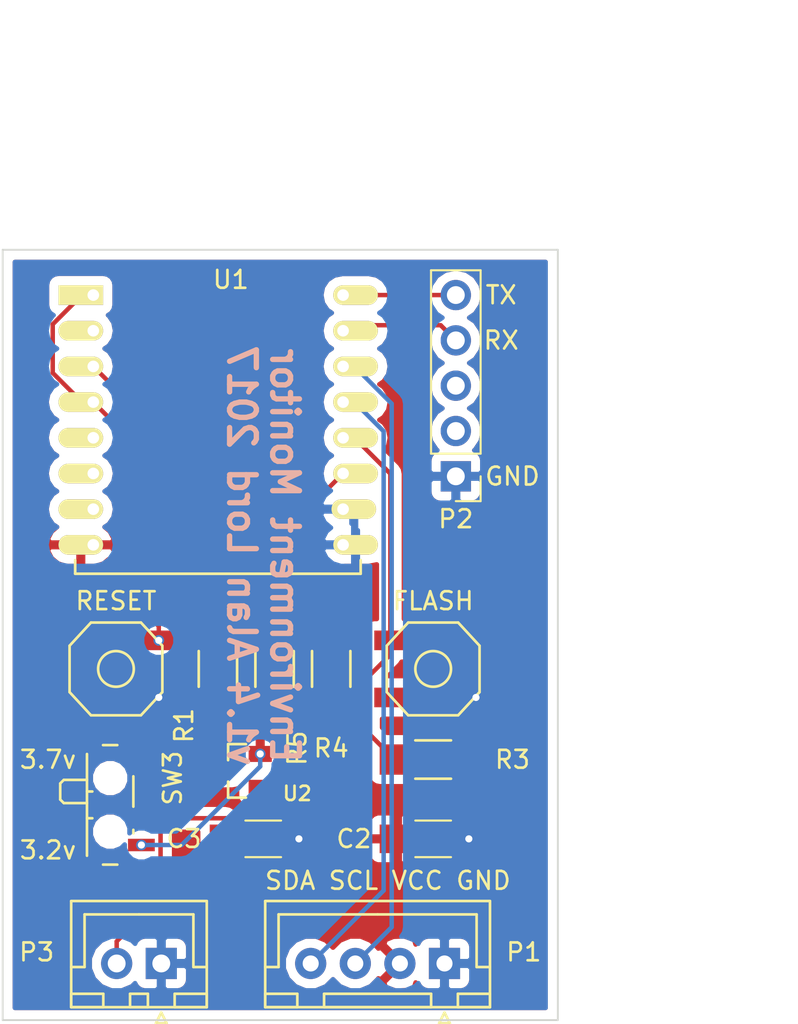
<source format=kicad_pcb>
(kicad_pcb (version 4) (host pcbnew 4.0.4+e1-6308~48~ubuntu16.04.1-stable)

  (general
    (links 35)
    (no_connects 0)
    (area 118.059999 60.96 162.560001 117.290001)
    (thickness 1.6)
    (drawings 13)
    (tracks 75)
    (zones 0)
    (modules 14)
    (nets 13)
  )

  (page A4)
  (title_block
    (title "Environment Monitor")
    (date 2017-02-20)
    (rev V1.4)
    (company "Solderpad Hardware License version 0.51")
    (comment 1 "Contact: alanslists@gmail.com")
    (comment 2 "Author: Alan Lord")
  )

  (layers
    (0 F.Cu signal)
    (31 B.Cu signal)
    (32 B.Adhes user)
    (33 F.Adhes user)
    (34 B.Paste user)
    (35 F.Paste user)
    (36 B.SilkS user)
    (37 F.SilkS user)
    (38 B.Mask user)
    (39 F.Mask user)
    (40 Dwgs.User user)
    (41 Cmts.User user)
    (42 Eco1.User user)
    (43 Eco2.User user)
    (44 Edge.Cuts user)
    (45 Margin user)
    (46 B.CrtYd user)
    (47 F.CrtYd user)
    (48 B.Fab user)
    (49 F.Fab user)
  )

  (setup
    (last_trace_width 0.25)
    (trace_clearance 0.2)
    (zone_clearance 0.508)
    (zone_45_only yes)
    (trace_min 0.2)
    (segment_width 0.2)
    (edge_width 0.1)
    (via_size 0.6)
    (via_drill 0.4)
    (via_min_size 0.4)
    (via_min_drill 0.3)
    (uvia_size 0.3)
    (uvia_drill 0.1)
    (uvias_allowed no)
    (uvia_min_size 0.2)
    (uvia_min_drill 0.1)
    (pcb_text_width 0.3)
    (pcb_text_size 1.5 1.5)
    (mod_edge_width 0.15)
    (mod_text_size 1 1)
    (mod_text_width 0.15)
    (pad_size 1.5 1.5)
    (pad_drill 0.6)
    (pad_to_mask_clearance 0)
    (aux_axis_origin 0 0)
    (visible_elements FFFFEF7F)
    (pcbplotparams
      (layerselection 0x00030_80000001)
      (usegerberextensions false)
      (excludeedgelayer true)
      (linewidth 0.100000)
      (plotframeref false)
      (viasonmask false)
      (mode 1)
      (useauxorigin false)
      (hpglpennumber 1)
      (hpglpenspeed 20)
      (hpglpendiameter 15)
      (hpglpenoverlay 2)
      (psnegative false)
      (psa4output false)
      (plotreference true)
      (plotvalue true)
      (plotinvisibletext false)
      (padsonsilk false)
      (subtractmaskfromsilk false)
      (outputformat 1)
      (mirror false)
      (drillshape 1)
      (scaleselection 1)
      (outputdirectory ""))
  )

  (net 0 "")
  (net 1 GND)
  (net 2 VCC)
  (net 3 "Net-(C3-Pad1)")
  (net 4 /SCL)
  (net 5 /SDA)
  (net 6 /RXD)
  (net 7 /TXD)
  (net 8 "Net-(R1-Pad2)")
  (net 9 /FLASH)
  (net 10 "Net-(R4-Pad2)")
  (net 11 /CH_EN)
  (net 12 "Net-(SW3-Pad1)")

  (net_class Default "This is the default net class."
    (clearance 0.2)
    (trace_width 0.25)
    (via_dia 0.6)
    (via_drill 0.4)
    (uvia_dia 0.3)
    (uvia_drill 0.1)
    (add_net /CH_EN)
    (add_net /FLASH)
    (add_net /RXD)
    (add_net /SCL)
    (add_net /SDA)
    (add_net /TXD)
    (add_net GND)
    (add_net "Net-(C3-Pad1)")
    (add_net "Net-(R1-Pad2)")
    (add_net "Net-(R4-Pad2)")
    (add_net "Net-(SW3-Pad1)")
    (add_net VCC)
  )

  (module ESP8266:ESP-12E (layer F.Cu) (tedit 559F8D21) (tstamp 58838675)
    (at 123.19 76.2)
    (descr "Module, ESP-8266, ESP-12, 16 pad, SMD")
    (tags "Module ESP-8266 ESP8266")
    (path /5846AA2E)
    (fp_text reference U1 (at 7.7089 -0.8636) (layer F.SilkS)
      (effects (font (size 1 1) (thickness 0.15)))
    )
    (fp_text value ESP-12F (at 8 1) (layer F.Fab)
      (effects (font (size 1 1) (thickness 0.15)))
    )
    (fp_line (start -2.25 -0.5) (end -2.25 -8.75) (layer F.CrtYd) (width 0.05))
    (fp_line (start -2.25 -8.75) (end 15.25 -8.75) (layer F.CrtYd) (width 0.05))
    (fp_line (start 15.25 -8.75) (end 16.25 -8.75) (layer F.CrtYd) (width 0.05))
    (fp_line (start 16.25 -8.75) (end 16.25 16) (layer F.CrtYd) (width 0.05))
    (fp_line (start 16.25 16) (end -2.25 16) (layer F.CrtYd) (width 0.05))
    (fp_line (start -2.25 16) (end -2.25 -0.5) (layer F.CrtYd) (width 0.05))
    (fp_line (start -1.016 -8.382) (end 14.986 -8.382) (layer F.CrtYd) (width 0.1524))
    (fp_line (start 14.986 -8.382) (end 14.986 -0.889) (layer F.CrtYd) (width 0.1524))
    (fp_line (start -1.016 -8.382) (end -1.016 -1.016) (layer F.CrtYd) (width 0.1524))
    (fp_line (start -1.016 14.859) (end -1.016 15.621) (layer F.SilkS) (width 0.1524))
    (fp_line (start -1.016 15.621) (end 14.986 15.621) (layer F.SilkS) (width 0.1524))
    (fp_line (start 14.986 15.621) (end 14.986 14.859) (layer F.SilkS) (width 0.1524))
    (fp_line (start 14.992 -8.4) (end -1.008 -2.6) (layer F.CrtYd) (width 0.1524))
    (fp_line (start -1.008 -8.4) (end 14.992 -2.6) (layer F.CrtYd) (width 0.1524))
    (fp_text user "No Copper" (at 6.892 -5.4) (layer F.CrtYd)
      (effects (font (size 1 1) (thickness 0.15)))
    )
    (fp_line (start -1.008 -2.6) (end 14.992 -2.6) (layer F.CrtYd) (width 0.1524))
    (fp_line (start 15 -8.4) (end 15 15.6) (layer F.Fab) (width 0.05))
    (fp_line (start 14.992 15.6) (end -1.008 15.6) (layer F.Fab) (width 0.05))
    (fp_line (start -1.008 15.6) (end -1.008 -8.4) (layer F.Fab) (width 0.05))
    (fp_line (start -1.008 -8.4) (end 14.992 -8.4) (layer F.Fab) (width 0.05))
    (pad 1 thru_hole rect (at 0 0) (size 2.5 1.1) (drill 0.65 (offset -0.7 0)) (layers *.Cu *.Mask F.SilkS)
      (net 8 "Net-(R1-Pad2)"))
    (pad 2 thru_hole oval (at 0 2) (size 2.5 1.1) (drill 0.65 (offset -0.7 0)) (layers *.Cu *.Mask F.SilkS))
    (pad 3 thru_hole oval (at 0 4) (size 2.5 1.1) (drill 0.65 (offset -0.7 0)) (layers *.Cu *.Mask F.SilkS)
      (net 11 /CH_EN))
    (pad 4 thru_hole oval (at 0 6) (size 2.5 1.1) (drill 0.65 (offset -0.7 0)) (layers *.Cu *.Mask F.SilkS)
      (net 8 "Net-(R1-Pad2)"))
    (pad 5 thru_hole oval (at 0 8) (size 2.5 1.1) (drill 0.65 (offset -0.7 0)) (layers *.Cu *.Mask F.SilkS))
    (pad 6 thru_hole oval (at 0 10) (size 2.5 1.1) (drill 0.65 (offset -0.7 0)) (layers *.Cu *.Mask F.SilkS))
    (pad 7 thru_hole oval (at 0 12) (size 2.5 1.1) (drill 0.65 (offset -0.7 0)) (layers *.Cu *.Mask F.SilkS))
    (pad 8 thru_hole oval (at 0 14) (size 2.5 1.1) (drill 0.65 (offset -0.7 0)) (layers *.Cu *.Mask F.SilkS)
      (net 2 VCC))
    (pad 9 smd oval (at 1.99 15.75 90) (size 2.4 1.1) (layers F.Cu F.Paste F.Mask))
    (pad 10 smd oval (at 3.99 15.75 90) (size 2.4 1.1) (layers F.Cu F.Paste F.Mask))
    (pad 11 smd oval (at 5.99 15.75 90) (size 2.4 1.1) (layers F.Cu F.Paste F.Mask))
    (pad 12 smd oval (at 7.99 15.75 90) (size 2.4 1.1) (layers F.Cu F.Paste F.Mask))
    (pad 13 smd oval (at 9.99 15.75 90) (size 2.4 1.1) (layers F.Cu F.Paste F.Mask))
    (pad 14 smd oval (at 11.99 15.75 90) (size 2.4 1.1) (layers F.Cu F.Paste F.Mask))
    (pad 15 thru_hole oval (at 14 14) (size 2.5 1.1) (drill 0.65 (offset 0.7 0)) (layers *.Cu *.Mask F.SilkS)
      (net 1 GND))
    (pad 16 thru_hole oval (at 14 12) (size 2.5 1.1) (drill 0.65 (offset 0.6 0)) (layers *.Cu *.Mask F.SilkS)
      (net 1 GND))
    (pad 17 thru_hole oval (at 14 10) (size 2.5 1.1) (drill 0.65 (offset 0.7 0)) (layers *.Cu *.Mask F.SilkS)
      (net 10 "Net-(R4-Pad2)"))
    (pad 18 thru_hole oval (at 14 8) (size 2.5 1.1) (drill 0.65 (offset 0.7 0)) (layers *.Cu *.Mask F.SilkS)
      (net 9 /FLASH))
    (pad 19 thru_hole oval (at 14 6) (size 2.5 1.1) (drill 0.65 (offset 0.7 0)) (layers *.Cu *.Mask F.SilkS)
      (net 5 /SDA))
    (pad 20 thru_hole oval (at 14 4) (size 2.5 1.1) (drill 0.65 (offset 0.7 0)) (layers *.Cu *.Mask F.SilkS)
      (net 4 /SCL))
    (pad 21 thru_hole oval (at 14 2) (size 2.5 1.1) (drill 0.65 (offset 0.7 0)) (layers *.Cu *.Mask F.SilkS)
      (net 6 /RXD))
    (pad 22 thru_hole oval (at 14 0) (size 2.5 1.1) (drill 0.65 (offset 0.7 0)) (layers *.Cu *.Mask F.SilkS)
      (net 7 /TXD))
    (model ${ESPLIB}/ESP8266.3dshapes/ESP-12.wrl
      (at (xyz 0.04 0 0))
      (scale (xyz 0.3937 0.3937 0.3937))
      (rotate (xyz 0 0 0))
    )
  )

  (module Capacitors_SMD:C_1206_HandSoldering (layer F.Cu) (tedit 58A9A9ED) (tstamp 58838615)
    (at 142.24 106.68)
    (descr "Capacitor SMD 1206, hand soldering")
    (tags "capacitor 1206")
    (path /5846BBC9)
    (attr smd)
    (fp_text reference C2 (at -4.445 0) (layer F.SilkS)
      (effects (font (size 1 1) (thickness 0.15)))
    )
    (fp_text value 10uF (at 0 2.3) (layer F.Fab) hide
      (effects (font (size 1 1) (thickness 0.15)))
    )
    (fp_line (start -1.6 0.8) (end -1.6 -0.8) (layer F.Fab) (width 0.1))
    (fp_line (start 1.6 0.8) (end -1.6 0.8) (layer F.Fab) (width 0.1))
    (fp_line (start 1.6 -0.8) (end 1.6 0.8) (layer F.Fab) (width 0.1))
    (fp_line (start -1.6 -0.8) (end 1.6 -0.8) (layer F.Fab) (width 0.1))
    (fp_line (start -3.3 -1.15) (end 3.3 -1.15) (layer F.CrtYd) (width 0.05))
    (fp_line (start -3.3 1.15) (end 3.3 1.15) (layer F.CrtYd) (width 0.05))
    (fp_line (start -3.3 -1.15) (end -3.3 1.15) (layer F.CrtYd) (width 0.05))
    (fp_line (start 3.3 -1.15) (end 3.3 1.15) (layer F.CrtYd) (width 0.05))
    (fp_line (start 1 -1.025) (end -1 -1.025) (layer F.SilkS) (width 0.12))
    (fp_line (start -1 1.025) (end 1 1.025) (layer F.SilkS) (width 0.12))
    (pad 1 smd rect (at -2 0) (size 2 1.6) (layers F.Cu F.Paste F.Mask)
      (net 2 VCC))
    (pad 2 smd rect (at 2 0) (size 2 1.6) (layers F.Cu F.Paste F.Mask)
      (net 1 GND))
    (model Capacitors_SMD.3dshapes/C_1206_HandSoldering.wrl
      (at (xyz 0 0 0))
      (scale (xyz 1 1 1))
      (rotate (xyz 0 0 0))
    )
  )

  (module Capacitors_SMD:C_1206_HandSoldering (layer F.Cu) (tedit 58A9A9E5) (tstamp 5883861B)
    (at 132.715 106.68)
    (descr "Capacitor SMD 1206, hand soldering")
    (tags "capacitor 1206")
    (path /5883AF7C)
    (attr smd)
    (fp_text reference C3 (at -4.445 0) (layer F.SilkS)
      (effects (font (size 1 1) (thickness 0.15)))
    )
    (fp_text value 1uF (at 0 2.3) (layer F.Fab) hide
      (effects (font (size 1 1) (thickness 0.15)))
    )
    (fp_line (start -1.6 0.8) (end -1.6 -0.8) (layer F.Fab) (width 0.1))
    (fp_line (start 1.6 0.8) (end -1.6 0.8) (layer F.Fab) (width 0.1))
    (fp_line (start 1.6 -0.8) (end 1.6 0.8) (layer F.Fab) (width 0.1))
    (fp_line (start -1.6 -0.8) (end 1.6 -0.8) (layer F.Fab) (width 0.1))
    (fp_line (start -3.3 -1.15) (end 3.3 -1.15) (layer F.CrtYd) (width 0.05))
    (fp_line (start -3.3 1.15) (end 3.3 1.15) (layer F.CrtYd) (width 0.05))
    (fp_line (start -3.3 -1.15) (end -3.3 1.15) (layer F.CrtYd) (width 0.05))
    (fp_line (start 3.3 -1.15) (end 3.3 1.15) (layer F.CrtYd) (width 0.05))
    (fp_line (start 1 -1.025) (end -1 -1.025) (layer F.SilkS) (width 0.12))
    (fp_line (start -1 1.025) (end 1 1.025) (layer F.SilkS) (width 0.12))
    (pad 1 smd rect (at -2 0) (size 2 1.6) (layers F.Cu F.Paste F.Mask)
      (net 3 "Net-(C3-Pad1)"))
    (pad 2 smd rect (at 2 0) (size 2 1.6) (layers F.Cu F.Paste F.Mask)
      (net 1 GND))
    (model Capacitors_SMD.3dshapes/C_1206_HandSoldering.wrl
      (at (xyz 0 0 0))
      (scale (xyz 1 1 1))
      (rotate (xyz 0 0 0))
    )
  )

  (module Connectors_JST:JST_XH_B04B-XH-A_04x2.50mm_Straight (layer F.Cu) (tedit 58A9FFBD) (tstamp 58838623)
    (at 142.875 113.665 180)
    (descr "JST XH series connector, B04B-XH-A, top entry type, through hole")
    (tags "connector jst xh tht top vertical 2.50mm")
    (path /5847C360)
    (fp_text reference P1 (at -4.445 0.635 180) (layer F.SilkS)
      (effects (font (size 1 1) (thickness 0.15)))
    )
    (fp_text value BME280 (at 3.75 4.5 180) (layer F.Fab) hide
      (effects (font (size 1 1) (thickness 0.15)))
    )
    (fp_line (start -2.95 -2.85) (end -2.95 3.9) (layer F.CrtYd) (width 0.05))
    (fp_line (start -2.95 3.9) (end 10.4 3.9) (layer F.CrtYd) (width 0.05))
    (fp_line (start 10.4 3.9) (end 10.4 -2.85) (layer F.CrtYd) (width 0.05))
    (fp_line (start 10.4 -2.85) (end -2.95 -2.85) (layer F.CrtYd) (width 0.05))
    (fp_line (start -2.55 -2.45) (end -2.55 3.5) (layer F.SilkS) (width 0.15))
    (fp_line (start -2.55 3.5) (end 10.05 3.5) (layer F.SilkS) (width 0.15))
    (fp_line (start 10.05 3.5) (end 10.05 -2.45) (layer F.SilkS) (width 0.15))
    (fp_line (start 10.05 -2.45) (end -2.55 -2.45) (layer F.SilkS) (width 0.15))
    (fp_line (start 0.75 -2.45) (end 0.75 -1.7) (layer F.SilkS) (width 0.15))
    (fp_line (start 0.75 -1.7) (end 6.75 -1.7) (layer F.SilkS) (width 0.15))
    (fp_line (start 6.75 -1.7) (end 6.75 -2.45) (layer F.SilkS) (width 0.15))
    (fp_line (start 6.75 -2.45) (end 0.75 -2.45) (layer F.SilkS) (width 0.15))
    (fp_line (start -2.55 -2.45) (end -2.55 -1.7) (layer F.SilkS) (width 0.15))
    (fp_line (start -2.55 -1.7) (end -0.75 -1.7) (layer F.SilkS) (width 0.15))
    (fp_line (start -0.75 -1.7) (end -0.75 -2.45) (layer F.SilkS) (width 0.15))
    (fp_line (start -0.75 -2.45) (end -2.55 -2.45) (layer F.SilkS) (width 0.15))
    (fp_line (start 8.25 -2.45) (end 8.25 -1.7) (layer F.SilkS) (width 0.15))
    (fp_line (start 8.25 -1.7) (end 10.05 -1.7) (layer F.SilkS) (width 0.15))
    (fp_line (start 10.05 -1.7) (end 10.05 -2.45) (layer F.SilkS) (width 0.15))
    (fp_line (start 10.05 -2.45) (end 8.25 -2.45) (layer F.SilkS) (width 0.15))
    (fp_line (start -2.55 -0.2) (end -1.8 -0.2) (layer F.SilkS) (width 0.15))
    (fp_line (start -1.8 -0.2) (end -1.8 2.75) (layer F.SilkS) (width 0.15))
    (fp_line (start -1.8 2.75) (end 3.75 2.75) (layer F.SilkS) (width 0.15))
    (fp_line (start 10.05 -0.2) (end 9.3 -0.2) (layer F.SilkS) (width 0.15))
    (fp_line (start 9.3 -0.2) (end 9.3 2.75) (layer F.SilkS) (width 0.15))
    (fp_line (start 9.3 2.75) (end 3.75 2.75) (layer F.SilkS) (width 0.15))
    (fp_line (start 0 -2.75) (end -0.3 -3.35) (layer F.SilkS) (width 0.15))
    (fp_line (start -0.3 -3.35) (end 0.3 -3.35) (layer F.SilkS) (width 0.15))
    (fp_line (start 0.3 -3.35) (end 0 -2.75) (layer F.SilkS) (width 0.15))
    (pad 1 thru_hole rect (at 0 0 180) (size 1.75 1.75) (drill 0.9) (layers *.Cu *.Mask)
      (net 1 GND))
    (pad 2 thru_hole circle (at 2.5 0 180) (size 1.75 1.75) (drill 0.9) (layers *.Cu *.Mask)
      (net 2 VCC))
    (pad 3 thru_hole circle (at 5 0 180) (size 1.75 1.75) (drill 0.9) (layers *.Cu *.Mask)
      (net 4 /SCL))
    (pad 4 thru_hole circle (at 7.5 0 180) (size 1.75 1.75) (drill 0.9) (layers *.Cu *.Mask)
      (net 5 /SDA))
    (model Connectors_JST.3dshapes/JST_XH_B04B-XH-A_04x2.50mm_Straight.wrl
      (at (xyz 0 0 0))
      (scale (xyz 1 1 1))
      (rotate (xyz 0 0 0))
    )
  )

  (module Connectors_JST:JST_XH_B02B-XH-A_02x2.50mm_Straight (layer F.Cu) (tedit 58A9FFB8) (tstamp 58838633)
    (at 127 113.665 180)
    (descr "JST XH series connector, B02B-XH-A, top entry type, through hole")
    (tags "connector jst xh tht top vertical 2.50mm")
    (path /58475CBA)
    (fp_text reference P3 (at 6.985 0.635 180) (layer F.SilkS)
      (effects (font (size 1 1) (thickness 0.15)))
    )
    (fp_text value PWR (at 1.25 4.5 180) (layer F.Fab) hide
      (effects (font (size 1 1) (thickness 0.15)))
    )
    (fp_line (start -2.95 -2.85) (end -2.95 3.9) (layer F.CrtYd) (width 0.05))
    (fp_line (start -2.95 3.9) (end 5.45 3.9) (layer F.CrtYd) (width 0.05))
    (fp_line (start 5.45 3.9) (end 5.45 -2.85) (layer F.CrtYd) (width 0.05))
    (fp_line (start 5.45 -2.85) (end -2.95 -2.85) (layer F.CrtYd) (width 0.05))
    (fp_line (start -2.55 -2.45) (end -2.55 3.5) (layer F.SilkS) (width 0.15))
    (fp_line (start -2.55 3.5) (end 5.05 3.5) (layer F.SilkS) (width 0.15))
    (fp_line (start 5.05 3.5) (end 5.05 -2.45) (layer F.SilkS) (width 0.15))
    (fp_line (start 5.05 -2.45) (end -2.55 -2.45) (layer F.SilkS) (width 0.15))
    (fp_line (start 0.75 -2.45) (end 0.75 -1.7) (layer F.SilkS) (width 0.15))
    (fp_line (start 0.75 -1.7) (end 1.75 -1.7) (layer F.SilkS) (width 0.15))
    (fp_line (start 1.75 -1.7) (end 1.75 -2.45) (layer F.SilkS) (width 0.15))
    (fp_line (start 1.75 -2.45) (end 0.75 -2.45) (layer F.SilkS) (width 0.15))
    (fp_line (start -2.55 -2.45) (end -2.55 -1.7) (layer F.SilkS) (width 0.15))
    (fp_line (start -2.55 -1.7) (end -0.75 -1.7) (layer F.SilkS) (width 0.15))
    (fp_line (start -0.75 -1.7) (end -0.75 -2.45) (layer F.SilkS) (width 0.15))
    (fp_line (start -0.75 -2.45) (end -2.55 -2.45) (layer F.SilkS) (width 0.15))
    (fp_line (start 3.25 -2.45) (end 3.25 -1.7) (layer F.SilkS) (width 0.15))
    (fp_line (start 3.25 -1.7) (end 5.05 -1.7) (layer F.SilkS) (width 0.15))
    (fp_line (start 5.05 -1.7) (end 5.05 -2.45) (layer F.SilkS) (width 0.15))
    (fp_line (start 5.05 -2.45) (end 3.25 -2.45) (layer F.SilkS) (width 0.15))
    (fp_line (start -2.55 -0.2) (end -1.8 -0.2) (layer F.SilkS) (width 0.15))
    (fp_line (start -1.8 -0.2) (end -1.8 2.75) (layer F.SilkS) (width 0.15))
    (fp_line (start -1.8 2.75) (end 1.25 2.75) (layer F.SilkS) (width 0.15))
    (fp_line (start 5.05 -0.2) (end 4.3 -0.2) (layer F.SilkS) (width 0.15))
    (fp_line (start 4.3 -0.2) (end 4.3 2.75) (layer F.SilkS) (width 0.15))
    (fp_line (start 4.3 2.75) (end 1.25 2.75) (layer F.SilkS) (width 0.15))
    (fp_line (start 0 -2.75) (end -0.3 -3.35) (layer F.SilkS) (width 0.15))
    (fp_line (start -0.3 -3.35) (end 0.3 -3.35) (layer F.SilkS) (width 0.15))
    (fp_line (start 0.3 -3.35) (end 0 -2.75) (layer F.SilkS) (width 0.15))
    (pad 1 thru_hole rect (at 0 0 180) (size 1.75 1.75) (drill 1) (layers *.Cu *.Mask)
      (net 1 GND))
    (pad 2 thru_hole circle (at 2.5 0 180) (size 1.75 1.75) (drill 1) (layers *.Cu *.Mask)
      (net 3 "Net-(C3-Pad1)"))
    (model Connectors_JST.3dshapes/JST_XH_B02B-XH-A_02x2.50mm_Straight.wrl
      (at (xyz 0 0 0))
      (scale (xyz 1 1 1))
      (rotate (xyz 0 0 0))
    )
  )

  (module Resistors_SMD:R_1206_HandSoldering (layer F.Cu) (tedit 58AB325A) (tstamp 58838639)
    (at 130.175 97.155 90)
    (descr "Resistor SMD 1206, hand soldering")
    (tags "resistor 1206")
    (path /5846BA46)
    (attr smd)
    (fp_text reference R1 (at -3.175 -1.905 90) (layer F.SilkS)
      (effects (font (size 1 1) (thickness 0.15)))
    )
    (fp_text value 4.7k (at 0 2.3 90) (layer F.Fab) hide
      (effects (font (size 1 1) (thickness 0.15)))
    )
    (fp_line (start -1.6 0.8) (end -1.6 -0.8) (layer F.Fab) (width 0.1))
    (fp_line (start 1.6 0.8) (end -1.6 0.8) (layer F.Fab) (width 0.1))
    (fp_line (start 1.6 -0.8) (end 1.6 0.8) (layer F.Fab) (width 0.1))
    (fp_line (start -1.6 -0.8) (end 1.6 -0.8) (layer F.Fab) (width 0.1))
    (fp_line (start -3.3 -1.2) (end 3.3 -1.2) (layer F.CrtYd) (width 0.05))
    (fp_line (start -3.3 1.2) (end 3.3 1.2) (layer F.CrtYd) (width 0.05))
    (fp_line (start -3.3 -1.2) (end -3.3 1.2) (layer F.CrtYd) (width 0.05))
    (fp_line (start 3.3 -1.2) (end 3.3 1.2) (layer F.CrtYd) (width 0.05))
    (fp_line (start 1 1.075) (end -1 1.075) (layer F.SilkS) (width 0.15))
    (fp_line (start -1 -1.075) (end 1 -1.075) (layer F.SilkS) (width 0.15))
    (pad 1 smd rect (at -2 0 90) (size 2 1.7) (layers F.Cu F.Paste F.Mask)
      (net 2 VCC))
    (pad 2 smd rect (at 2 0 90) (size 2 1.7) (layers F.Cu F.Paste F.Mask)
      (net 8 "Net-(R1-Pad2)"))
    (model Resistors_SMD.3dshapes/R_1206_HandSoldering.wrl
      (at (xyz 0 0 0))
      (scale (xyz 1 1 1))
      (rotate (xyz 0 0 0))
    )
  )

  (module Resistors_SMD:R_1206_HandSoldering (layer F.Cu) (tedit 58AB3224) (tstamp 58838645)
    (at 142.24 102.235 180)
    (descr "Resistor SMD 1206, hand soldering")
    (tags "resistor 1206")
    (path /5846BADA)
    (attr smd)
    (fp_text reference R3 (at -4.445 0 360) (layer F.SilkS)
      (effects (font (size 1 1) (thickness 0.15)))
    )
    (fp_text value 4.7k (at 0 2.3 180) (layer F.Fab) hide
      (effects (font (size 1 1) (thickness 0.15)))
    )
    (fp_line (start -1.6 0.8) (end -1.6 -0.8) (layer F.Fab) (width 0.1))
    (fp_line (start 1.6 0.8) (end -1.6 0.8) (layer F.Fab) (width 0.1))
    (fp_line (start 1.6 -0.8) (end 1.6 0.8) (layer F.Fab) (width 0.1))
    (fp_line (start -1.6 -0.8) (end 1.6 -0.8) (layer F.Fab) (width 0.1))
    (fp_line (start -3.3 -1.2) (end 3.3 -1.2) (layer F.CrtYd) (width 0.05))
    (fp_line (start -3.3 1.2) (end 3.3 1.2) (layer F.CrtYd) (width 0.05))
    (fp_line (start -3.3 -1.2) (end -3.3 1.2) (layer F.CrtYd) (width 0.05))
    (fp_line (start 3.3 -1.2) (end 3.3 1.2) (layer F.CrtYd) (width 0.05))
    (fp_line (start 1 1.075) (end -1 1.075) (layer F.SilkS) (width 0.15))
    (fp_line (start -1 -1.075) (end 1 -1.075) (layer F.SilkS) (width 0.15))
    (pad 1 smd rect (at -2 0 180) (size 2 1.7) (layers F.Cu F.Paste F.Mask)
      (net 2 VCC))
    (pad 2 smd rect (at 2 0 180) (size 2 1.7) (layers F.Cu F.Paste F.Mask)
      (net 9 /FLASH))
    (model Resistors_SMD.3dshapes/R_1206_HandSoldering.wrl
      (at (xyz 0 0 0))
      (scale (xyz 1 1 1))
      (rotate (xyz 0 0 0))
    )
  )

  (module Resistors_SMD:R_1206_HandSoldering (layer F.Cu) (tedit 58AB3228) (tstamp 5883864B)
    (at 136.525 97.155 90)
    (descr "Resistor SMD 1206, hand soldering")
    (tags "resistor 1206")
    (path /587D4AC7)
    (attr smd)
    (fp_text reference R4 (at -4.445 0 180) (layer F.SilkS)
      (effects (font (size 1 1) (thickness 0.15)))
    )
    (fp_text value 4.7k (at 0 2.3 90) (layer F.Fab) hide
      (effects (font (size 1 1) (thickness 0.15)))
    )
    (fp_line (start -1.6 0.8) (end -1.6 -0.8) (layer F.Fab) (width 0.1))
    (fp_line (start 1.6 0.8) (end -1.6 0.8) (layer F.Fab) (width 0.1))
    (fp_line (start 1.6 -0.8) (end 1.6 0.8) (layer F.Fab) (width 0.1))
    (fp_line (start -1.6 -0.8) (end 1.6 -0.8) (layer F.Fab) (width 0.1))
    (fp_line (start -3.3 -1.2) (end 3.3 -1.2) (layer F.CrtYd) (width 0.05))
    (fp_line (start -3.3 1.2) (end 3.3 1.2) (layer F.CrtYd) (width 0.05))
    (fp_line (start -3.3 -1.2) (end -3.3 1.2) (layer F.CrtYd) (width 0.05))
    (fp_line (start 3.3 -1.2) (end 3.3 1.2) (layer F.CrtYd) (width 0.05))
    (fp_line (start 1 1.075) (end -1 1.075) (layer F.SilkS) (width 0.15))
    (fp_line (start -1 -1.075) (end 1 -1.075) (layer F.SilkS) (width 0.15))
    (pad 1 smd rect (at -2 0 90) (size 2 1.7) (layers F.Cu F.Paste F.Mask)
      (net 2 VCC))
    (pad 2 smd rect (at 2 0 90) (size 2 1.7) (layers F.Cu F.Paste F.Mask)
      (net 10 "Net-(R4-Pad2)"))
    (model Resistors_SMD.3dshapes/R_1206_HandSoldering.wrl
      (at (xyz 0 0 0))
      (scale (xyz 1 1 1))
      (rotate (xyz 0 0 0))
    )
  )

  (module switches:SKQGAFE010_Switch (layer F.Cu) (tedit 58AB2C21) (tstamp 58838653)
    (at 124.46 97.155 180)
    (descr "SKQGAFE010 SMD Mount Tactile Switch")
    (path /584BD18E)
    (attr smd)
    (fp_text reference SW1 (at 0 3.81 180) (layer F.SilkS) hide
      (effects (font (size 1 1) (thickness 0.15)))
    )
    (fp_text value RESET (at 0 3.81 180) (layer F.SilkS)
      (effects (font (size 1 1) (thickness 0.15)))
    )
    (fp_line (start -2.6 1.3) (end -1.4 2.6) (layer F.SilkS) (width 0.15))
    (fp_line (start 1.4 -2.6) (end 2.6 -1.3) (layer F.SilkS) (width 0.15))
    (fp_line (start 2.6 1.3) (end 1.4 2.6) (layer F.SilkS) (width 0.15))
    (fp_line (start -1.4 -2.6) (end -2.6 -1.3) (layer F.SilkS) (width 0.15))
    (fp_line (start -2.6 1.3) (end -2.6 -1.3) (layer F.SilkS) (width 0.15))
    (fp_line (start 2.6 1.3) (end 2.6 -1.3) (layer F.SilkS) (width 0.15))
    (fp_line (start 1.4 -2.6) (end -1.4 -2.6) (layer F.SilkS) (width 0.15))
    (fp_line (start 1.4 2.6) (end -1.4 2.6) (layer F.SilkS) (width 0.15))
    (fp_circle (center 0 0) (end 1 0) (layer F.SilkS) (width 0.15))
    (pad 3 smd rect (at -2.4 1.6 180) (size 1.8 1.1) (layers F.Cu F.Paste F.Mask)
      (net 8 "Net-(R1-Pad2)"))
    (pad 1 smd rect (at -2.4 -1.6 180) (size 1.8 1.1) (layers F.Cu F.Paste F.Mask)
      (net 1 GND))
    (pad 2 smd rect (at 2.4 -1.6 180) (size 1.8 1.1) (layers F.Cu F.Paste F.Mask)
      (net 1 GND))
    (pad 4 smd rect (at 2.4 1.6 180) (size 1.8 1.1) (layers F.Cu F.Paste F.Mask)
      (net 8 "Net-(R1-Pad2)"))
  )

  (module switches:SKQGAFE010_Switch (layer F.Cu) (tedit 58AB2AA5) (tstamp 5883865B)
    (at 142.24 97.155)
    (descr "SKQGAFE010 SMD Mount Tactile Switch")
    (path /584BE1E9)
    (attr smd)
    (fp_text reference SW2 (at 0 3.81) (layer F.SilkS) hide
      (effects (font (size 1 1) (thickness 0.15)))
    )
    (fp_text value FLASH (at 0 -3.81) (layer F.SilkS)
      (effects (font (size 1 1) (thickness 0.15)))
    )
    (fp_line (start -2.6 1.3) (end -1.4 2.6) (layer F.SilkS) (width 0.15))
    (fp_line (start 1.4 -2.6) (end 2.6 -1.3) (layer F.SilkS) (width 0.15))
    (fp_line (start 2.6 1.3) (end 1.4 2.6) (layer F.SilkS) (width 0.15))
    (fp_line (start -1.4 -2.6) (end -2.6 -1.3) (layer F.SilkS) (width 0.15))
    (fp_line (start -2.6 1.3) (end -2.6 -1.3) (layer F.SilkS) (width 0.15))
    (fp_line (start 2.6 1.3) (end 2.6 -1.3) (layer F.SilkS) (width 0.15))
    (fp_line (start 1.4 -2.6) (end -1.4 -2.6) (layer F.SilkS) (width 0.15))
    (fp_line (start 1.4 2.6) (end -1.4 2.6) (layer F.SilkS) (width 0.15))
    (fp_circle (center 0 0) (end 1 0) (layer F.SilkS) (width 0.15))
    (pad 3 smd rect (at -2.4 1.6) (size 1.8 1.1) (layers F.Cu F.Paste F.Mask)
      (net 1 GND))
    (pad 1 smd rect (at -2.4 -1.6) (size 1.8 1.1) (layers F.Cu F.Paste F.Mask)
      (net 9 /FLASH))
    (pad 2 smd rect (at 2.4 -1.6) (size 1.8 1.1) (layers F.Cu F.Paste F.Mask)
      (net 9 /FLASH))
    (pad 4 smd rect (at 2.4 1.6) (size 1.8 1.1) (layers F.Cu F.Paste F.Mask)
      (net 1 GND))
  )

  (module smd-semi:SOT-23 (layer F.Cu) (tedit 58AB3251) (tstamp 5883867C)
    (at 131.445 102.87 180)
    (path /586AB742)
    (attr smd)
    (fp_text reference U2 (at -3.175 -1.27 180) (layer F.SilkS)
      (effects (font (size 0.8 0.8) (thickness 0.15)))
    )
    (fp_text value MCP1700T (at 0 0 180) (layer F.Fab) hide
      (effects (font (size 0.8 0.8) (thickness 0.15)))
    )
    (fp_line (start -2 -1.75) (end 2 -1.75) (layer F.CrtYd) (width 0.15))
    (fp_line (start 2 -1.75) (end 2 1.75) (layer F.CrtYd) (width 0.15))
    (fp_line (start 2 1.75) (end -2 1.75) (layer F.CrtYd) (width 0.15))
    (fp_line (start -2 1.75) (end -2 -1.75) (layer F.CrtYd) (width 0.15))
    (fp_line (start 0.7 0.6) (end 0.7 1.5) (layer F.SilkS) (width 0.15))
    (fp_line (start 0.7 1.5) (end -0.3 1.5) (layer F.SilkS) (width 0.15))
    (fp_line (start -0.3 -1.5) (end 0.7 -1.5) (layer F.SilkS) (width 0.15))
    (fp_line (start 0.7 -1.5) (end 0.7 -0.6) (layer F.SilkS) (width 0.15))
    (fp_line (start -0.7 -1.5) (end 0.7 -1.5) (layer F.Fab) (width 0.15))
    (fp_line (start 0.7 -1.5) (end 0.7 1.5) (layer F.Fab) (width 0.15))
    (fp_line (start 0.7 1.5) (end -0.7 1.5) (layer F.Fab) (width 0.15))
    (fp_line (start -0.7 1.5) (end -0.7 -1.5) (layer F.Fab) (width 0.15))
    (pad 1 smd rect (at -1.1 -0.95 180) (size 1.3 0.9) (layers F.Cu F.Paste F.Mask)
      (net 1 GND))
    (pad 2 smd rect (at -1.1 0.95 180) (size 1.3 0.9) (layers F.Cu F.Paste F.Mask)
      (net 2 VCC))
    (pad 3 smd rect (at 1.1 0 180) (size 1.3 0.8) (layers F.Cu F.Paste F.Mask)
      (net 12 "Net-(SW3-Pad1)"))
    (model smd_trans/sot23.wrl
      (at (xyz 0 0 0))
      (scale (xyz 1 1 1))
      (rotate (xyz 0 0 90))
    )
  )

  (module Resistors_SMD:R_1206_HandSoldering (layer F.Cu) (tedit 58AB324C) (tstamp 58A9A8F7)
    (at 133.35 97.155 90)
    (descr "Resistor SMD 1206, hand soldering")
    (tags "resistor 1206")
    (path /58A9C056)
    (attr smd)
    (fp_text reference R5 (at -4.445 1.27 90) (layer F.SilkS)
      (effects (font (size 1 1) (thickness 0.15)))
    )
    (fp_text value 4.7k (at 0 2.3 90) (layer F.Fab) hide
      (effects (font (size 1 1) (thickness 0.15)))
    )
    (fp_line (start -1.6 0.8) (end -1.6 -0.8) (layer F.Fab) (width 0.1))
    (fp_line (start 1.6 0.8) (end -1.6 0.8) (layer F.Fab) (width 0.1))
    (fp_line (start 1.6 -0.8) (end 1.6 0.8) (layer F.Fab) (width 0.1))
    (fp_line (start -1.6 -0.8) (end 1.6 -0.8) (layer F.Fab) (width 0.1))
    (fp_line (start -3.3 -1.2) (end 3.3 -1.2) (layer F.CrtYd) (width 0.05))
    (fp_line (start -3.3 1.2) (end 3.3 1.2) (layer F.CrtYd) (width 0.05))
    (fp_line (start -3.3 -1.2) (end -3.3 1.2) (layer F.CrtYd) (width 0.05))
    (fp_line (start 3.3 -1.2) (end 3.3 1.2) (layer F.CrtYd) (width 0.05))
    (fp_line (start 1 1.075) (end -1 1.075) (layer F.SilkS) (width 0.15))
    (fp_line (start -1 -1.075) (end 1 -1.075) (layer F.SilkS) (width 0.15))
    (pad 1 smd rect (at -2 0 90) (size 2 1.7) (layers F.Cu F.Paste F.Mask)
      (net 2 VCC))
    (pad 2 smd rect (at 2 0 90) (size 2 1.7) (layers F.Cu F.Paste F.Mask)
      (net 11 /CH_EN))
    (model Resistors_SMD.3dshapes/R_1206_HandSoldering.wrl
      (at (xyz 0 0 0))
      (scale (xyz 1 1 1))
      (rotate (xyz 0 0 0))
    )
  )

  (module switches:SW_SPDT_PCM12 (layer F.Cu) (tedit 58A9F962) (tstamp 58A9A904)
    (at 124.46 104.775 270)
    (descr "Ultraminiature Surface Mount Slide Switch")
    (path /58A9F6E0)
    (attr smd)
    (fp_text reference SW3 (at -1.5 -3.175 270) (layer F.SilkS)
      (effects (font (size 1 1) (thickness 0.15)))
    )
    (fp_text value Switch_SPDT_x2 (at 0 4.25 270) (layer F.Fab) hide
      (effects (font (size 1 1) (thickness 0.15)))
    )
    (fp_line (start 0.75 1.325) (end 0.75 1.625) (layer F.SilkS) (width 0.15))
    (fp_line (start -0.75 1.325) (end -0.75 1.625) (layer F.SilkS) (width 0.15))
    (fp_line (start 1.4 -0.975) (end 1.6 -0.975) (layer F.SilkS) (width 0.15))
    (fp_line (start -4.4 -2.45) (end 4.4 -2.45) (layer F.CrtYd) (width 0.05))
    (fp_line (start 4.4 -2.45) (end 4.4 2.1) (layer F.CrtYd) (width 0.05))
    (fp_line (start 4.4 2.1) (end 1.65 2.1) (layer F.CrtYd) (width 0.05))
    (fp_line (start 1.65 2.1) (end 1.65 3.4) (layer F.CrtYd) (width 0.05))
    (fp_line (start 1.65 3.4) (end -1.65 3.4) (layer F.CrtYd) (width 0.05))
    (fp_line (start -1.65 3.4) (end -1.65 2.1) (layer F.CrtYd) (width 0.05))
    (fp_line (start -1.65 2.1) (end -4.4 2.1) (layer F.CrtYd) (width 0.05))
    (fp_line (start -4.4 2.1) (end -4.4 -2.45) (layer F.CrtYd) (width 0.05))
    (fp_line (start -1.4 2.925) (end -1.2 3.125) (layer F.SilkS) (width 0.15))
    (fp_line (start -0.1 2.925) (end -0.3 3.125) (layer F.SilkS) (width 0.15))
    (fp_line (start -1.4 1.625) (end -1.4 2.925) (layer F.SilkS) (width 0.15))
    (fp_line (start -1.2 3.125) (end -0.3 3.125) (layer F.SilkS) (width 0.15))
    (fp_line (start -0.1 2.925) (end -0.1 1.625) (layer F.SilkS) (width 0.15))
    (fp_line (start -2.85 1.625) (end 2.85 1.625) (layer F.SilkS) (width 0.15))
    (fp_line (start -1.6 -0.975) (end 0.1 -0.975) (layer F.SilkS) (width 0.15))
    (fp_line (start -3.35 -0.075) (end -3.35 0.725) (layer F.SilkS) (width 0.15))
    (fp_line (start 3.35 0.725) (end 3.35 -0.075) (layer F.SilkS) (width 0.15))
    (pad "" np_thru_hole circle (at -1.5 0.325 270) (size 0.9 0.9) (drill 0.9) (layers *.Cu *.Mask))
    (pad "" np_thru_hole circle (at 1.5 0.325 270) (size 0.9 0.9) (drill 0.9) (layers *.Cu *.Mask))
    (pad 1 smd rect (at -2.25 -1.425 270) (size 0.7 1.5) (layers F.Cu F.Paste F.Mask)
      (net 12 "Net-(SW3-Pad1)"))
    (pad 2 smd rect (at 0.75 -1.425 270) (size 0.7 1.5) (layers F.Cu F.Paste F.Mask)
      (net 3 "Net-(C3-Pad1)"))
    (pad 3 smd rect (at 2.25 -1.425 270) (size 0.7 1.5) (layers F.Cu F.Paste F.Mask)
      (net 2 VCC))
    (pad "" smd rect (at -3.65 1.425 270) (size 1 0.8) (layers F.Cu F.Paste F.Mask))
    (pad "" smd rect (at 3.65 1.425 270) (size 1 0.8) (layers F.Cu F.Paste F.Mask))
    (pad "" smd rect (at 3.65 -0.775 270) (size 1 0.8) (layers F.Cu F.Paste F.Mask))
    (pad "" smd rect (at -3.65 -0.775 270) (size 1 0.8) (layers F.Cu F.Paste F.Mask))
  )

  (module Pin_Headers:Pin_Header_Straight_1x05_Pitch2.54mm (layer F.Cu) (tedit 58A9F7F5) (tstamp 58A9F81A)
    (at 143.51 86.36 180)
    (descr "Through hole straight pin header, 1x05, 2.54mm pitch, single row")
    (tags "Through hole pin header THT 1x05 2.54mm single row")
    (path /58AA061D)
    (fp_text reference P2 (at 0 -2.39 180) (layer F.SilkS)
      (effects (font (size 1 1) (thickness 0.15)))
    )
    (fp_text value SERIAL (at 0 12.55 180) (layer F.Fab) hide
      (effects (font (size 1 1) (thickness 0.15)))
    )
    (fp_line (start -1.27 -1.27) (end -1.27 11.43) (layer F.Fab) (width 0.1))
    (fp_line (start -1.27 11.43) (end 1.27 11.43) (layer F.Fab) (width 0.1))
    (fp_line (start 1.27 11.43) (end 1.27 -1.27) (layer F.Fab) (width 0.1))
    (fp_line (start 1.27 -1.27) (end -1.27 -1.27) (layer F.Fab) (width 0.1))
    (fp_line (start -1.39 1.27) (end -1.39 11.55) (layer F.SilkS) (width 0.12))
    (fp_line (start -1.39 11.55) (end 1.39 11.55) (layer F.SilkS) (width 0.12))
    (fp_line (start 1.39 11.55) (end 1.39 1.27) (layer F.SilkS) (width 0.12))
    (fp_line (start 1.39 1.27) (end -1.39 1.27) (layer F.SilkS) (width 0.12))
    (fp_line (start -1.39 0) (end -1.39 -1.39) (layer F.SilkS) (width 0.12))
    (fp_line (start -1.39 -1.39) (end 0 -1.39) (layer F.SilkS) (width 0.12))
    (fp_line (start -1.6 -1.6) (end -1.6 11.7) (layer F.CrtYd) (width 0.05))
    (fp_line (start -1.6 11.7) (end 1.6 11.7) (layer F.CrtYd) (width 0.05))
    (fp_line (start 1.6 11.7) (end 1.6 -1.6) (layer F.CrtYd) (width 0.05))
    (fp_line (start 1.6 -1.6) (end -1.6 -1.6) (layer F.CrtYd) (width 0.05))
    (pad 1 thru_hole rect (at 0 0 180) (size 1.7 1.7) (drill 1) (layers *.Cu *.Mask)
      (net 1 GND))
    (pad 2 thru_hole oval (at 0 2.54 180) (size 1.7 1.7) (drill 1) (layers *.Cu *.Mask))
    (pad 3 thru_hole oval (at 0 5.08 180) (size 1.7 1.7) (drill 1) (layers *.Cu *.Mask))
    (pad 4 thru_hole oval (at 0 7.62 180) (size 1.7 1.7) (drill 1) (layers *.Cu *.Mask)
      (net 6 /RXD))
    (pad 5 thru_hole oval (at 0 10.16 180) (size 1.7 1.7) (drill 1) (layers *.Cu *.Mask)
      (net 7 /TXD))
    (model Pin_Headers.3dshapes/Pin_Header_Straight_1x05_Pitch2.54mm.wrl
      (at (xyz 0 -0.2 0))
      (scale (xyz 1 1 1))
      (rotate (xyz 0 0 90))
    )
  )

  (dimension 43.18 (width 0.3) (layer Dwgs.User)
    (gr_text "43.180 mm" (at 154.86 95.25 270) (layer Dwgs.User)
      (effects (font (size 1.5 1.5) (thickness 0.3)))
    )
    (feature1 (pts (xy 162.56 116.84) (xy 153.51 116.84)))
    (feature2 (pts (xy 162.56 73.66) (xy 153.51 73.66)))
    (crossbar (pts (xy 156.21 73.66) (xy 156.21 116.84)))
    (arrow1a (pts (xy 156.21 116.84) (xy 155.623579 115.713496)))
    (arrow1b (pts (xy 156.21 116.84) (xy 156.796421 115.713496)))
    (arrow2a (pts (xy 156.21 73.66) (xy 155.623579 74.786504)))
    (arrow2b (pts (xy 156.21 73.66) (xy 156.796421 74.786504)))
  )
  (gr_line (start 118.11 116.84) (end 118.11 73.66) (layer Edge.Cuts) (width 0.1))
  (gr_line (start 149.225 73.66) (end 149.225 116.84) (layer Edge.Cuts) (width 0.1))
  (gr_text "Environment Monitor\nv1.4 Alan Lord 2017" (at 132.715 90.805 270) (layer B.SilkS)
    (effects (font (size 1.5 1.5) (thickness 0.3)) (justify mirror))
  )
  (gr_text 3.2v (at 120.65 107.315) (layer F.SilkS)
    (effects (font (size 1 1) (thickness 0.15)))
  )
  (gr_text 3.7v (at 120.65 102.235) (layer F.SilkS)
    (effects (font (size 1 1) (thickness 0.15)))
  )
  (dimension 31.115 (width 0.3) (layer Dwgs.User)
    (gr_text "31.115 mm" (at 133.6675 64.215) (layer Dwgs.User)
      (effects (font (size 1.5 1.5) (thickness 0.3)))
    )
    (feature1 (pts (xy 149.225 60.96) (xy 149.225 65.565)))
    (feature2 (pts (xy 118.11 60.96) (xy 118.11 65.565)))
    (crossbar (pts (xy 118.11 62.865) (xy 149.225 62.865)))
    (arrow1a (pts (xy 149.225 62.865) (xy 148.098496 63.451421)))
    (arrow1b (pts (xy 149.225 62.865) (xy 148.098496 62.278579)))
    (arrow2a (pts (xy 118.11 62.865) (xy 119.236504 63.451421)))
    (arrow2b (pts (xy 118.11 62.865) (xy 119.236504 62.278579)))
  )
  (gr_text GND (at 146.685 86.36) (layer F.SilkS) (tstamp 58AA0160)
    (effects (font (size 1 1) (thickness 0.15)))
  )
  (gr_text RX (at 146.05 78.74) (layer F.SilkS)
    (effects (font (size 1 1) (thickness 0.15)))
  )
  (gr_text TX (at 146.05 76.2) (layer F.SilkS)
    (effects (font (size 1 1) (thickness 0.15)))
  )
  (gr_text "SDA SCL VCC GND" (at 139.7 109.02) (layer F.SilkS)
    (effects (font (size 1 1) (thickness 0.15)))
  )
  (gr_line (start 149.225 116.84) (end 118.11 116.84) (layer Edge.Cuts) (width 0.1))
  (gr_line (start 149.225 73.66) (end 118.11 73.66) (layer Edge.Cuts) (width 0.1))

  (via (at 126.86 98.755) (size 0.6) (drill 0.4) (layers F.Cu B.Cu) (net 1))
  (via (at 144.64 98.755) (size 0.6) (drill 0.4) (layers F.Cu B.Cu) (net 1))
  (via (at 144.24 106.68) (size 0.6) (drill 0.4) (layers F.Cu B.Cu) (net 1))
  (segment (start 139.84 98.755) (end 144.64 98.755) (width 0.25) (layer F.Cu) (net 1))
  (segment (start 132.545 103.82) (end 132.545 104.71) (width 0.25) (layer F.Cu) (net 1))
  (segment (start 132.545 104.71) (end 134.515 106.68) (width 0.25) (layer F.Cu) (net 1))
  (segment (start 134.515 106.68) (end 134.715 106.68) (width 0.25) (layer F.Cu) (net 1))
  (via (at 134.715 106.68) (size 0.6) (drill 0.4) (layers F.Cu B.Cu) (net 1))
  (segment (start 122.06 98.755) (end 126.86 98.755) (width 0.25) (layer F.Cu) (net 1))
  (segment (start 127.165 99.06) (end 126.86 98.755) (width 0.25) (layer F.Cu) (net 1))
  (segment (start 132.545 101.92) (end 132.545 102.62) (width 0.25) (layer B.Cu) (net 2))
  (segment (start 132.545 102.62) (end 128.14 107.025) (width 0.25) (layer B.Cu) (net 2))
  (segment (start 128.14 107.025) (end 126.885 107.025) (width 0.25) (layer B.Cu) (net 2))
  (segment (start 126.885 107.025) (end 125.885 107.025) (width 0.25) (layer B.Cu) (net 2))
  (via (at 132.545 101.92) (size 0.6) (drill 0.4) (layers F.Cu B.Cu) (net 2))
  (via (at 125.885 107.025) (size 0.6) (drill 0.4) (layers F.Cu B.Cu) (net 2))
  (segment (start 124.5 113.665) (end 124.5 112.427564) (width 0.25) (layer F.Cu) (net 3))
  (segment (start 124.5 112.427564) (end 126.960001 109.967563) (width 0.25) (layer F.Cu) (net 3))
  (segment (start 126.960001 109.967563) (end 126.960001 106.200001) (width 0.25) (layer F.Cu) (net 3))
  (segment (start 126.960001 106.200001) (end 126.285 105.525) (width 0.25) (layer F.Cu) (net 3))
  (segment (start 126.285 105.525) (end 125.885 105.525) (width 0.25) (layer F.Cu) (net 3))
  (segment (start 125.885 105.525) (end 126.885 105.525) (width 0.25) (layer F.Cu) (net 3))
  (segment (start 126.885 105.525) (end 127 105.64) (width 0.25) (layer F.Cu) (net 3))
  (segment (start 125.885 105.525) (end 130.61 105.525) (width 0.25) (layer F.Cu) (net 3))
  (segment (start 130.61 105.525) (end 130.715 105.63) (width 0.25) (layer F.Cu) (net 3))
  (segment (start 130.715 105.63) (end 130.715 106.68) (width 0.25) (layer F.Cu) (net 3))
  (segment (start 137.19 80.2) (end 137.827451 80.2) (width 0.25) (layer B.Cu) (net 4))
  (segment (start 139.91502 111.62498) (end 138.749999 112.790001) (width 0.25) (layer B.Cu) (net 4))
  (segment (start 137.827451 80.2) (end 139.91502 82.287569) (width 0.25) (layer B.Cu) (net 4))
  (segment (start 139.91502 82.287569) (end 139.91502 111.62498) (width 0.25) (layer B.Cu) (net 4))
  (segment (start 138.749999 112.790001) (end 137.875 113.665) (width 0.25) (layer B.Cu) (net 4))
  (segment (start 137.19 82.2) (end 137.827451 82.2) (width 0.25) (layer B.Cu) (net 5))
  (segment (start 137.827451 82.2) (end 139.46501 83.837559) (width 0.25) (layer B.Cu) (net 5))
  (segment (start 139.46501 83.837559) (end 139.46501 109.57499) (width 0.25) (layer B.Cu) (net 5))
  (segment (start 139.46501 109.57499) (end 136.249999 112.790001) (width 0.25) (layer B.Cu) (net 5))
  (segment (start 136.249999 112.790001) (end 135.375 113.665) (width 0.25) (layer B.Cu) (net 5))
  (segment (start 143.51 78.74) (end 142.660001 77.890001) (width 0.25) (layer F.Cu) (net 6))
  (segment (start 137.499999 77.890001) (end 137.19 78.2) (width 0.25) (layer F.Cu) (net 6))
  (segment (start 142.660001 77.890001) (end 137.499999 77.890001) (width 0.25) (layer F.Cu) (net 6))
  (segment (start 143.51 76.2) (end 137.19 76.2) (width 0.25) (layer F.Cu) (net 7))
  (segment (start 123.19 82.2) (end 126.30499 85.31499) (width 0.25) (layer F.Cu) (net 8))
  (segment (start 126.30499 85.31499) (end 126.30499 94.19999) (width 0.25) (layer F.Cu) (net 8))
  (segment (start 126.30499 94.19999) (end 126.86 94.755) (width 0.25) (layer F.Cu) (net 8))
  (segment (start 126.86 94.755) (end 126.86 95.555) (width 0.25) (layer F.Cu) (net 8))
  (segment (start 123.19 76.2) (end 122.552549 76.2) (width 0.25) (layer F.Cu) (net 8))
  (segment (start 122.552549 76.2) (end 120.91499 77.837559) (width 0.25) (layer F.Cu) (net 8))
  (segment (start 120.91499 77.837559) (end 120.91499 80.562441) (width 0.25) (layer F.Cu) (net 8))
  (segment (start 122.552549 82.2) (end 123.19 82.2) (width 0.25) (layer F.Cu) (net 8))
  (segment (start 120.91499 80.562441) (end 122.552549 82.2) (width 0.25) (layer F.Cu) (net 8))
  (segment (start 130.175 95.155) (end 127.26 95.155) (width 0.25) (layer F.Cu) (net 8))
  (segment (start 127.26 95.155) (end 126.86 95.555) (width 0.25) (layer F.Cu) (net 8))
  (via (at 126.86 95.555) (size 0.6) (drill 0.4) (layers F.Cu B.Cu) (net 8))
  (segment (start 122.06 95.555) (end 126.86 95.555) (width 0.25) (layer F.Cu) (net 8))
  (segment (start 137.19 84.2) (end 137.827451 84.2) (width 0.25) (layer F.Cu) (net 9))
  (segment (start 137.827451 84.2) (end 139.84 86.212549) (width 0.25) (layer F.Cu) (net 9))
  (segment (start 139.84 86.212549) (end 139.84 94.755) (width 0.25) (layer F.Cu) (net 9))
  (segment (start 139.84 94.755) (end 139.84 95.555) (width 0.25) (layer F.Cu) (net 9))
  (segment (start 140.24 102.235) (end 140.09 102.235) (width 0.25) (layer F.Cu) (net 9))
  (segment (start 140.09 102.235) (end 138.614999 100.759999) (width 0.25) (layer F.Cu) (net 9))
  (segment (start 138.614999 100.759999) (end 138.614999 97.580001) (width 0.25) (layer F.Cu) (net 9))
  (segment (start 138.614999 97.580001) (end 139.84 96.355) (width 0.25) (layer F.Cu) (net 9))
  (segment (start 139.84 96.355) (end 139.84 95.555) (width 0.25) (layer F.Cu) (net 9))
  (segment (start 139.84 95.555) (end 144.64 95.555) (width 0.25) (layer F.Cu) (net 9))
  (segment (start 137.19 86.2) (end 135.89 87.5) (width 0.25) (layer F.Cu) (net 10))
  (segment (start 135.89 87.5) (end 135.89 90.772549) (width 0.25) (layer F.Cu) (net 10))
  (segment (start 135.89 90.772549) (end 136.525 91.407549) (width 0.25) (layer F.Cu) (net 10))
  (segment (start 136.525 91.407549) (end 136.525 93.905) (width 0.25) (layer F.Cu) (net 10))
  (segment (start 136.525 93.905) (end 136.525 95.155) (width 0.25) (layer F.Cu) (net 10))
  (segment (start 136.925 95.555) (end 136.525 95.155) (width 0.25) (layer F.Cu) (net 10))
  (segment (start 123.19 80.2) (end 132.25 89.26) (width 0.25) (layer F.Cu) (net 11))
  (segment (start 133.35 95.005) (end 133.35 95.155) (width 0.25) (layer F.Cu) (net 11))
  (segment (start 132.25 89.26) (end 132.25 93.905) (width 0.25) (layer F.Cu) (net 11))
  (segment (start 132.25 93.905) (end 133.35 95.005) (width 0.25) (layer F.Cu) (net 11))
  (segment (start 130.345 102.87) (end 126.23 102.87) (width 0.25) (layer F.Cu) (net 12))
  (segment (start 126.23 102.87) (end 125.885 102.525) (width 0.25) (layer F.Cu) (net 12))

  (zone (net 1) (net_name GND) (layer B.Cu) (tstamp 58838E3B) (hatch edge 0.508)
    (connect_pads (clearance 0.508))
    (min_thickness 0.254)
    (fill yes (arc_segments 16) (thermal_gap 0.508) (thermal_bridge_width 0.508))
    (polygon
      (pts
        (xy 149.225 73.66) (xy 118.11 73.66) (xy 118.11 116.84) (xy 149.225 116.84)
      )
    )
    (filled_polygon
      (pts
        (xy 148.54 116.155) (xy 118.795 116.155) (xy 118.795 113.96404) (xy 122.989738 113.96404) (xy 123.219138 114.519229)
        (xy 123.643537 114.94437) (xy 124.198325 115.174738) (xy 124.79904 115.175262) (xy 125.354229 114.945862) (xy 125.532203 114.768198)
        (xy 125.586673 114.899699) (xy 125.765302 115.078327) (xy 125.998691 115.175) (xy 126.71425 115.175) (xy 126.873 115.01625)
        (xy 126.873 113.792) (xy 127.127 113.792) (xy 127.127 115.01625) (xy 127.28575 115.175) (xy 128.001309 115.175)
        (xy 128.234698 115.078327) (xy 128.413327 114.899699) (xy 128.51 114.66631) (xy 128.51 113.96404) (xy 133.864738 113.96404)
        (xy 134.094138 114.519229) (xy 134.518537 114.94437) (xy 135.073325 115.174738) (xy 135.67404 115.175262) (xy 136.229229 114.945862)
        (xy 136.625318 114.550464) (xy 137.018537 114.94437) (xy 137.573325 115.174738) (xy 138.17404 115.175262) (xy 138.729229 114.945862)
        (xy 139.125318 114.550464) (xy 139.518537 114.94437) (xy 140.073325 115.174738) (xy 140.67404 115.175262) (xy 141.229229 114.945862)
        (xy 141.407203 114.768198) (xy 141.461673 114.899699) (xy 141.640302 115.078327) (xy 141.873691 115.175) (xy 142.58925 115.175)
        (xy 142.748 115.01625) (xy 142.748 113.792) (xy 143.002 113.792) (xy 143.002 115.01625) (xy 143.16075 115.175)
        (xy 143.876309 115.175) (xy 144.109698 115.078327) (xy 144.288327 114.899699) (xy 144.385 114.66631) (xy 144.385 113.95075)
        (xy 144.22625 113.792) (xy 143.002 113.792) (xy 142.748 113.792) (xy 142.728 113.792) (xy 142.728 113.538)
        (xy 142.748 113.538) (xy 142.748 112.31375) (xy 143.002 112.31375) (xy 143.002 113.538) (xy 144.22625 113.538)
        (xy 144.385 113.37925) (xy 144.385 112.66369) (xy 144.288327 112.430301) (xy 144.109698 112.251673) (xy 143.876309 112.155)
        (xy 143.16075 112.155) (xy 143.002 112.31375) (xy 142.748 112.31375) (xy 142.58925 112.155) (xy 141.873691 112.155)
        (xy 141.640302 112.251673) (xy 141.461673 112.430301) (xy 141.40724 112.561714) (xy 141.231463 112.38563) (xy 140.676675 112.155262)
        (xy 140.457306 112.155071) (xy 140.617167 111.91582) (xy 140.617168 111.915819) (xy 140.67502 111.62498) (xy 140.67502 86.64575)
        (xy 142.025 86.64575) (xy 142.025 87.33631) (xy 142.121673 87.569699) (xy 142.300302 87.748327) (xy 142.533691 87.845)
        (xy 143.22425 87.845) (xy 143.383 87.68625) (xy 143.383 86.487) (xy 143.637 86.487) (xy 143.637 87.68625)
        (xy 143.79575 87.845) (xy 144.486309 87.845) (xy 144.719698 87.748327) (xy 144.898327 87.569699) (xy 144.995 87.33631)
        (xy 144.995 86.64575) (xy 144.83625 86.487) (xy 143.637 86.487) (xy 143.383 86.487) (xy 142.18375 86.487)
        (xy 142.025 86.64575) (xy 140.67502 86.64575) (xy 140.67502 82.287569) (xy 140.617168 81.99673) (xy 140.617168 81.996729)
        (xy 140.452421 81.750168) (xy 139.57513 80.872877) (xy 139.721726 80.65348) (xy 139.811929 80.2) (xy 139.721726 79.74652)
        (xy 139.464851 79.362078) (xy 139.222283 79.2) (xy 139.464851 79.037922) (xy 139.721726 78.65348) (xy 139.811929 78.2)
        (xy 139.721726 77.74652) (xy 139.464851 77.362078) (xy 139.222283 77.2) (xy 139.464851 77.037922) (xy 139.721726 76.65348)
        (xy 139.811929 76.2) (xy 141.995907 76.2) (xy 142.108946 76.768285) (xy 142.430853 77.250054) (xy 142.760026 77.47)
        (xy 142.430853 77.689946) (xy 142.108946 78.171715) (xy 141.995907 78.74) (xy 142.108946 79.308285) (xy 142.430853 79.790054)
        (xy 142.760026 80.01) (xy 142.430853 80.229946) (xy 142.108946 80.711715) (xy 141.995907 81.28) (xy 142.108946 81.848285)
        (xy 142.430853 82.330054) (xy 142.760026 82.55) (xy 142.430853 82.769946) (xy 142.108946 83.251715) (xy 141.995907 83.82)
        (xy 142.108946 84.388285) (xy 142.430853 84.870054) (xy 142.474777 84.899403) (xy 142.300302 84.971673) (xy 142.121673 85.150301)
        (xy 142.025 85.38369) (xy 142.025 86.07425) (xy 142.18375 86.233) (xy 143.383 86.233) (xy 143.383 86.213)
        (xy 143.637 86.213) (xy 143.637 86.233) (xy 144.83625 86.233) (xy 144.995 86.07425) (xy 144.995 85.38369)
        (xy 144.898327 85.150301) (xy 144.719698 84.971673) (xy 144.545223 84.899403) (xy 144.589147 84.870054) (xy 144.911054 84.388285)
        (xy 145.024093 83.82) (xy 144.911054 83.251715) (xy 144.589147 82.769946) (xy 144.259974 82.55) (xy 144.589147 82.330054)
        (xy 144.911054 81.848285) (xy 145.024093 81.28) (xy 144.911054 80.711715) (xy 144.589147 80.229946) (xy 144.259974 80.01)
        (xy 144.589147 79.790054) (xy 144.911054 79.308285) (xy 145.024093 78.74) (xy 144.911054 78.171715) (xy 144.589147 77.689946)
        (xy 144.259974 77.47) (xy 144.589147 77.250054) (xy 144.911054 76.768285) (xy 145.024093 76.2) (xy 144.911054 75.631715)
        (xy 144.589147 75.149946) (xy 144.107378 74.828039) (xy 143.539093 74.715) (xy 143.480907 74.715) (xy 142.912622 74.828039)
        (xy 142.430853 75.149946) (xy 142.108946 75.631715) (xy 141.995907 76.2) (xy 139.811929 76.2) (xy 139.721726 75.74652)
        (xy 139.464851 75.362078) (xy 139.080409 75.105203) (xy 138.626929 75.015) (xy 137.153071 75.015) (xy 136.699591 75.105203)
        (xy 136.315149 75.362078) (xy 136.058274 75.74652) (xy 135.968071 76.2) (xy 136.058274 76.65348) (xy 136.315149 77.037922)
        (xy 136.557717 77.2) (xy 136.315149 77.362078) (xy 136.058274 77.74652) (xy 135.968071 78.2) (xy 136.058274 78.65348)
        (xy 136.315149 79.037922) (xy 136.557717 79.2) (xy 136.315149 79.362078) (xy 136.058274 79.74652) (xy 135.968071 80.2)
        (xy 136.058274 80.65348) (xy 136.315149 81.037922) (xy 136.557717 81.2) (xy 136.315149 81.362078) (xy 136.058274 81.74652)
        (xy 135.968071 82.2) (xy 136.058274 82.65348) (xy 136.315149 83.037922) (xy 136.557717 83.2) (xy 136.315149 83.362078)
        (xy 136.058274 83.74652) (xy 135.968071 84.2) (xy 136.058274 84.65348) (xy 136.315149 85.037922) (xy 136.557717 85.2)
        (xy 136.315149 85.362078) (xy 136.058274 85.74652) (xy 135.968071 86.2) (xy 136.058274 86.65348) (xy 136.315149 87.037922)
        (xy 136.505583 87.165165) (xy 136.162276 87.451882) (xy 135.946602 87.863854) (xy 135.946197 87.890256) (xy 136.071639 88.073)
        (xy 137.663 88.073) (xy 137.663 88.053) (xy 137.917 88.053) (xy 137.917 88.073) (xy 137.937 88.073)
        (xy 137.937 88.327) (xy 137.917 88.327) (xy 137.917 89.385) (xy 138.017 89.385) (xy 138.017 90.073)
        (xy 138.037 90.073) (xy 138.037 90.327) (xy 138.017 90.327) (xy 138.017 91.385) (xy 138.70501 91.385)
        (xy 138.70501 109.260188) (xy 135.770837 112.194361) (xy 135.676675 112.155262) (xy 135.07596 112.154738) (xy 134.520771 112.384138)
        (xy 134.09563 112.808537) (xy 133.865262 113.363325) (xy 133.864738 113.96404) (xy 128.51 113.96404) (xy 128.51 113.95075)
        (xy 128.35125 113.792) (xy 127.127 113.792) (xy 126.873 113.792) (xy 126.853 113.792) (xy 126.853 113.538)
        (xy 126.873 113.538) (xy 126.873 112.31375) (xy 127.127 112.31375) (xy 127.127 113.538) (xy 128.35125 113.538)
        (xy 128.51 113.37925) (xy 128.51 112.66369) (xy 128.413327 112.430301) (xy 128.234698 112.251673) (xy 128.001309 112.155)
        (xy 127.28575 112.155) (xy 127.127 112.31375) (xy 126.873 112.31375) (xy 126.71425 112.155) (xy 125.998691 112.155)
        (xy 125.765302 112.251673) (xy 125.586673 112.430301) (xy 125.53224 112.561714) (xy 125.356463 112.38563) (xy 124.801675 112.155262)
        (xy 124.20096 112.154738) (xy 123.645771 112.384138) (xy 123.22063 112.808537) (xy 122.990262 113.363325) (xy 122.989738 113.96404)
        (xy 118.795 113.96404) (xy 118.795 106.489873) (xy 123.049812 106.489873) (xy 123.214646 106.8888) (xy 123.519595 107.194282)
        (xy 123.918233 107.359811) (xy 124.349873 107.360188) (xy 124.7488 107.195354) (xy 124.950026 106.994479) (xy 124.949838 107.210167)
        (xy 125.091883 107.553943) (xy 125.354673 107.817192) (xy 125.698201 107.959838) (xy 126.070167 107.960162) (xy 126.413943 107.818117)
        (xy 126.447118 107.785) (xy 128.14 107.785) (xy 128.430839 107.727148) (xy 128.677401 107.562401) (xy 133.082401 103.157401)
        (xy 133.247148 102.910839) (xy 133.305 102.62) (xy 133.305 102.482463) (xy 133.337192 102.450327) (xy 133.479838 102.106799)
        (xy 133.480162 101.734833) (xy 133.338117 101.391057) (xy 133.075327 101.127808) (xy 132.731799 100.985162) (xy 132.359833 100.984838)
        (xy 132.016057 101.126883) (xy 131.752808 101.389673) (xy 131.610162 101.733201) (xy 131.609838 102.105167) (xy 131.719537 102.370661)
        (xy 127.825198 106.265) (xy 126.447463 106.265) (xy 126.415327 106.232808) (xy 126.071799 106.090162) (xy 125.699833 106.089838)
        (xy 125.356057 106.231883) (xy 125.219919 106.367783) (xy 125.220188 106.060127) (xy 125.055354 105.6612) (xy 124.750405 105.355718)
        (xy 124.351767 105.190189) (xy 123.920127 105.189812) (xy 123.5212 105.354646) (xy 123.215718 105.659595) (xy 123.050189 106.058233)
        (xy 123.049812 106.489873) (xy 118.795 106.489873) (xy 118.795 103.489873) (xy 123.049812 103.489873) (xy 123.214646 103.8888)
        (xy 123.519595 104.194282) (xy 123.918233 104.359811) (xy 124.349873 104.360188) (xy 124.7488 104.195354) (xy 125.054282 103.890405)
        (xy 125.219811 103.491767) (xy 125.220188 103.060127) (xy 125.055354 102.6612) (xy 124.750405 102.355718) (xy 124.351767 102.190189)
        (xy 123.920127 102.189812) (xy 123.5212 102.354646) (xy 123.215718 102.659595) (xy 123.050189 103.058233) (xy 123.049812 103.489873)
        (xy 118.795 103.489873) (xy 118.795 95.740167) (xy 125.924838 95.740167) (xy 126.066883 96.083943) (xy 126.329673 96.347192)
        (xy 126.673201 96.489838) (xy 127.045167 96.490162) (xy 127.388943 96.348117) (xy 127.652192 96.085327) (xy 127.794838 95.741799)
        (xy 127.795162 95.369833) (xy 127.653117 95.026057) (xy 127.390327 94.762808) (xy 127.046799 94.620162) (xy 126.674833 94.619838)
        (xy 126.331057 94.761883) (xy 126.067808 95.024673) (xy 125.925162 95.368201) (xy 125.924838 95.740167) (xy 118.795 95.740167)
        (xy 118.795 78.2) (xy 120.568071 78.2) (xy 120.658274 78.65348) (xy 120.915149 79.037922) (xy 121.157717 79.2)
        (xy 120.915149 79.362078) (xy 120.658274 79.74652) (xy 120.568071 80.2) (xy 120.658274 80.65348) (xy 120.915149 81.037922)
        (xy 121.157717 81.2) (xy 120.915149 81.362078) (xy 120.658274 81.74652) (xy 120.568071 82.2) (xy 120.658274 82.65348)
        (xy 120.915149 83.037922) (xy 121.157717 83.2) (xy 120.915149 83.362078) (xy 120.658274 83.74652) (xy 120.568071 84.2)
        (xy 120.658274 84.65348) (xy 120.915149 85.037922) (xy 121.157717 85.2) (xy 120.915149 85.362078) (xy 120.658274 85.74652)
        (xy 120.568071 86.2) (xy 120.658274 86.65348) (xy 120.915149 87.037922) (xy 121.157717 87.2) (xy 120.915149 87.362078)
        (xy 120.658274 87.74652) (xy 120.568071 88.2) (xy 120.658274 88.65348) (xy 120.915149 89.037922) (xy 121.157717 89.2)
        (xy 120.915149 89.362078) (xy 120.658274 89.74652) (xy 120.568071 90.2) (xy 120.658274 90.65348) (xy 120.915149 91.037922)
        (xy 121.299591 91.294797) (xy 121.753071 91.385) (xy 123.226929 91.385) (xy 123.680409 91.294797) (xy 124.064851 91.037922)
        (xy 124.321726 90.65348) (xy 124.350316 90.509744) (xy 136.046197 90.509744) (xy 136.046602 90.536146) (xy 136.262276 90.948118)
        (xy 136.619187 91.246196) (xy 137.063 91.385) (xy 137.763 91.385) (xy 137.763 90.327) (xy 136.171639 90.327)
        (xy 136.046197 90.509744) (xy 124.350316 90.509744) (xy 124.411929 90.2) (xy 124.321726 89.74652) (xy 124.064851 89.362078)
        (xy 123.822283 89.2) (xy 124.064851 89.037922) (xy 124.321726 88.65348) (xy 124.350316 88.509744) (xy 135.946197 88.509744)
        (xy 135.946602 88.536146) (xy 136.162276 88.948118) (xy 136.513873 89.241758) (xy 136.262276 89.451882) (xy 136.046602 89.863854)
        (xy 136.046197 89.890256) (xy 136.171639 90.073) (xy 137.763 90.073) (xy 137.763 89.015) (xy 137.663 89.015)
        (xy 137.663 88.327) (xy 136.071639 88.327) (xy 135.946197 88.509744) (xy 124.350316 88.509744) (xy 124.411929 88.2)
        (xy 124.321726 87.74652) (xy 124.064851 87.362078) (xy 123.822283 87.2) (xy 124.064851 87.037922) (xy 124.321726 86.65348)
        (xy 124.411929 86.2) (xy 124.321726 85.74652) (xy 124.064851 85.362078) (xy 123.822283 85.2) (xy 124.064851 85.037922)
        (xy 124.321726 84.65348) (xy 124.411929 84.2) (xy 124.321726 83.74652) (xy 124.064851 83.362078) (xy 123.822283 83.2)
        (xy 124.064851 83.037922) (xy 124.321726 82.65348) (xy 124.411929 82.2) (xy 124.321726 81.74652) (xy 124.064851 81.362078)
        (xy 123.822283 81.2) (xy 124.064851 81.037922) (xy 124.321726 80.65348) (xy 124.411929 80.2) (xy 124.321726 79.74652)
        (xy 124.064851 79.362078) (xy 123.822283 79.2) (xy 124.064851 79.037922) (xy 124.321726 78.65348) (xy 124.411929 78.2)
        (xy 124.321726 77.74652) (xy 124.064851 77.362078) (xy 124.014129 77.328187) (xy 124.191441 77.21409) (xy 124.336431 77.00189)
        (xy 124.38744 76.75) (xy 124.38744 75.65) (xy 124.343162 75.414683) (xy 124.20409 75.198559) (xy 123.99189 75.053569)
        (xy 123.74 75.00256) (xy 121.24 75.00256) (xy 121.004683 75.046838) (xy 120.788559 75.18591) (xy 120.643569 75.39811)
        (xy 120.59256 75.65) (xy 120.59256 76.75) (xy 120.636838 76.985317) (xy 120.77591 77.201441) (xy 120.963615 77.329694)
        (xy 120.915149 77.362078) (xy 120.658274 77.74652) (xy 120.568071 78.2) (xy 118.795 78.2) (xy 118.795 74.345)
        (xy 148.54 74.345)
      )
    )
  )
  (zone (net 2) (net_name VCC) (layer F.Cu) (tstamp 58838E11) (hatch edge 0.508)
    (connect_pads (clearance 0.508))
    (min_thickness 0.254)
    (fill yes (arc_segments 16) (thermal_gap 0.508) (thermal_bridge_width 0.508))
    (polygon
      (pts
        (xy 149.225 116.84) (xy 149.225 73.66) (xy 118.11 73.66) (xy 118.11 116.84)
      )
    )
    (filled_polygon
      (pts
        (xy 148.54 116.155) (xy 118.795 116.155) (xy 118.795 113.96404) (xy 122.989738 113.96404) (xy 123.219138 114.519229)
        (xy 123.643537 114.94437) (xy 124.198325 115.174738) (xy 124.79904 115.175262) (xy 125.354229 114.945862) (xy 125.523103 114.777283)
        (xy 125.66091 114.991441) (xy 125.87311 115.136431) (xy 126.125 115.18744) (xy 127.875 115.18744) (xy 128.110317 115.143162)
        (xy 128.326441 115.00409) (xy 128.471431 114.79189) (xy 128.52244 114.54) (xy 128.52244 113.96404) (xy 133.864738 113.96404)
        (xy 134.094138 114.519229) (xy 134.518537 114.94437) (xy 135.073325 115.174738) (xy 135.67404 115.175262) (xy 136.229229 114.945862)
        (xy 136.625318 114.550464) (xy 137.018537 114.94437) (xy 137.573325 115.174738) (xy 138.17404 115.175262) (xy 138.729229 114.945862)
        (xy 139.15437 114.521463) (xy 139.163892 114.498531) (xy 139.31294 114.547455) (xy 140.195395 113.665) (xy 139.31294 112.782545)
        (xy 139.164352 112.831318) (xy 139.155862 112.810771) (xy 138.948394 112.60294) (xy 139.492545 112.60294) (xy 140.375 113.485395)
        (xy 140.389143 113.471253) (xy 140.568748 113.650858) (xy 140.554605 113.665) (xy 140.568748 113.679143) (xy 140.389143 113.858748)
        (xy 140.375 113.844605) (xy 139.492545 114.72706) (xy 139.575884 114.980953) (xy 140.140306 115.18659) (xy 140.740458 115.160579)
        (xy 141.174116 114.980953) (xy 141.257454 114.727062) (xy 141.372086 114.841694) (xy 141.413136 114.800644) (xy 141.53591 114.991441)
        (xy 141.74811 115.136431) (xy 142 115.18744) (xy 143.75 115.18744) (xy 143.985317 115.143162) (xy 144.201441 115.00409)
        (xy 144.346431 114.79189) (xy 144.39744 114.54) (xy 144.39744 112.79) (xy 144.353162 112.554683) (xy 144.21409 112.338559)
        (xy 144.00189 112.193569) (xy 143.75 112.14256) (xy 142 112.14256) (xy 141.764683 112.186838) (xy 141.548559 112.32591)
        (xy 141.411006 112.527226) (xy 141.372086 112.488306) (xy 141.257454 112.602938) (xy 141.174116 112.349047) (xy 140.609694 112.14341)
        (xy 140.009542 112.169421) (xy 139.575884 112.349047) (xy 139.492545 112.60294) (xy 138.948394 112.60294) (xy 138.731463 112.38563)
        (xy 138.176675 112.155262) (xy 137.57596 112.154738) (xy 137.020771 112.384138) (xy 136.624682 112.779536) (xy 136.231463 112.38563)
        (xy 135.676675 112.155262) (xy 135.07596 112.154738) (xy 134.520771 112.384138) (xy 134.09563 112.808537) (xy 133.865262 113.363325)
        (xy 133.864738 113.96404) (xy 128.52244 113.96404) (xy 128.52244 112.79) (xy 128.478162 112.554683) (xy 128.33909 112.338559)
        (xy 128.12689 112.193569) (xy 127.875 112.14256) (xy 126.125 112.14256) (xy 125.889683 112.186838) (xy 125.681685 112.320681)
        (xy 127.497402 110.504964) (xy 127.662149 110.258402) (xy 127.720001 109.967563) (xy 127.720001 106.285) (xy 129.06756 106.285)
        (xy 129.06756 107.48) (xy 129.111838 107.715317) (xy 129.25091 107.931441) (xy 129.46311 108.076431) (xy 129.715 108.12744)
        (xy 131.715 108.12744) (xy 131.950317 108.083162) (xy 132.166441 107.94409) (xy 132.311431 107.73189) (xy 132.36244 107.48)
        (xy 132.36244 105.88) (xy 132.318162 105.644683) (xy 132.17909 105.428559) (xy 131.96689 105.283569) (xy 131.715 105.23256)
        (xy 131.34592 105.23256) (xy 131.252401 105.092599) (xy 131.147401 104.987599) (xy 130.900839 104.822852) (xy 130.61 104.765)
        (xy 127.125757 104.765) (xy 127.09909 104.723559) (xy 126.88689 104.578569) (xy 126.635 104.52756) (xy 125.135 104.52756)
        (xy 124.899683 104.571838) (xy 124.683559 104.71091) (xy 124.538569 104.92311) (xy 124.48756 105.175) (xy 124.48756 105.246575)
        (xy 124.351767 105.190189) (xy 123.920127 105.189812) (xy 123.5212 105.354646) (xy 123.215718 105.659595) (xy 123.050189 106.058233)
        (xy 123.049812 106.489873) (xy 123.214646 106.8888) (xy 123.519595 107.194282) (xy 123.918233 107.359811) (xy 124.349873 107.360188)
        (xy 124.521461 107.289289) (xy 124.5 107.31075) (xy 124.5 107.385982) (xy 124.383559 107.46091) (xy 124.238569 107.67311)
        (xy 124.18756 107.925) (xy 124.18756 108.925) (xy 124.231838 109.160317) (xy 124.37091 109.376441) (xy 124.58311 109.521431)
        (xy 124.835 109.57244) (xy 125.635 109.57244) (xy 125.870317 109.528162) (xy 126.086441 109.38909) (xy 126.200001 109.222889)
        (xy 126.200001 109.652761) (xy 123.962599 111.890163) (xy 123.797852 112.136725) (xy 123.75785 112.337828) (xy 123.645771 112.384138)
        (xy 123.22063 112.808537) (xy 122.990262 113.363325) (xy 122.989738 113.96404) (xy 118.795 113.96404) (xy 118.795 107.925)
        (xy 121.98756 107.925) (xy 121.98756 108.925) (xy 122.031838 109.160317) (xy 122.17091 109.376441) (xy 122.38311 109.521431)
        (xy 122.635 109.57244) (xy 123.435 109.57244) (xy 123.670317 109.528162) (xy 123.886441 109.38909) (xy 124.031431 109.17689)
        (xy 124.08244 108.925) (xy 124.08244 107.925) (xy 124.038162 107.689683) (xy 123.89909 107.473559) (xy 123.68689 107.328569)
        (xy 123.435 107.27756) (xy 122.635 107.27756) (xy 122.399683 107.321838) (xy 122.183559 107.46091) (xy 122.038569 107.67311)
        (xy 121.98756 107.925) (xy 118.795 107.925) (xy 118.795 103.489873) (xy 123.049812 103.489873) (xy 123.214646 103.8888)
        (xy 123.519595 104.194282) (xy 123.918233 104.359811) (xy 124.349873 104.360188) (xy 124.7488 104.195354) (xy 125.054282 103.890405)
        (xy 125.207074 103.52244) (xy 125.864768 103.52244) (xy 125.939161 103.572148) (xy 126.23 103.63) (xy 129.172069 103.63)
        (xy 129.23091 103.721441) (xy 129.44311 103.866431) (xy 129.695 103.91744) (xy 130.995 103.91744) (xy 131.230317 103.873162)
        (xy 131.24756 103.862066) (xy 131.24756 104.27) (xy 131.291838 104.505317) (xy 131.43091 104.721441) (xy 131.64311 104.866431)
        (xy 131.823378 104.902936) (xy 131.842852 105.000839) (xy 132.007599 105.247401) (xy 133.06756 106.307362) (xy 133.06756 107.48)
        (xy 133.111838 107.715317) (xy 133.25091 107.931441) (xy 133.46311 108.076431) (xy 133.715 108.12744) (xy 135.715 108.12744)
        (xy 135.950317 108.083162) (xy 136.166441 107.94409) (xy 136.311431 107.73189) (xy 136.36244 107.48) (xy 136.36244 106.96575)
        (xy 138.605 106.96575) (xy 138.605 107.60631) (xy 138.701673 107.839699) (xy 138.880302 108.018327) (xy 139.113691 108.115)
        (xy 139.95425 108.115) (xy 140.113 107.95625) (xy 140.113 106.807) (xy 140.367 106.807) (xy 140.367 107.95625)
        (xy 140.52575 108.115) (xy 141.366309 108.115) (xy 141.599698 108.018327) (xy 141.778327 107.839699) (xy 141.875 107.60631)
        (xy 141.875 106.96575) (xy 141.71625 106.807) (xy 140.367 106.807) (xy 140.113 106.807) (xy 138.76375 106.807)
        (xy 138.605 106.96575) (xy 136.36244 106.96575) (xy 136.36244 105.88) (xy 136.338674 105.75369) (xy 138.605 105.75369)
        (xy 138.605 106.39425) (xy 138.76375 106.553) (xy 140.113 106.553) (xy 140.113 105.40375) (xy 140.367 105.40375)
        (xy 140.367 106.553) (xy 141.71625 106.553) (xy 141.875 106.39425) (xy 141.875 105.88) (xy 142.59256 105.88)
        (xy 142.59256 107.48) (xy 142.636838 107.715317) (xy 142.77591 107.931441) (xy 142.98811 108.076431) (xy 143.24 108.12744)
        (xy 145.24 108.12744) (xy 145.475317 108.083162) (xy 145.691441 107.94409) (xy 145.836431 107.73189) (xy 145.88744 107.48)
        (xy 145.88744 105.88) (xy 145.843162 105.644683) (xy 145.70409 105.428559) (xy 145.49189 105.283569) (xy 145.24 105.23256)
        (xy 143.24 105.23256) (xy 143.004683 105.276838) (xy 142.788559 105.41591) (xy 142.643569 105.62811) (xy 142.59256 105.88)
        (xy 141.875 105.88) (xy 141.875 105.75369) (xy 141.778327 105.520301) (xy 141.599698 105.341673) (xy 141.366309 105.245)
        (xy 140.52575 105.245) (xy 140.367 105.40375) (xy 140.113 105.40375) (xy 139.95425 105.245) (xy 139.113691 105.245)
        (xy 138.880302 105.341673) (xy 138.701673 105.520301) (xy 138.605 105.75369) (xy 136.338674 105.75369) (xy 136.318162 105.644683)
        (xy 136.17909 105.428559) (xy 135.96689 105.283569) (xy 135.715 105.23256) (xy 134.142362 105.23256) (xy 133.64489 104.735088)
        (xy 133.646441 104.73409) (xy 133.791431 104.52189) (xy 133.84244 104.27) (xy 133.84244 103.37) (xy 133.798162 103.134683)
        (xy 133.65909 102.918559) (xy 133.590994 102.872031) (xy 133.733327 102.729699) (xy 133.83 102.49631) (xy 133.83 102.20575)
        (xy 133.67125 102.047) (xy 132.672 102.047) (xy 132.672 102.067) (xy 132.418 102.067) (xy 132.418 102.047)
        (xy 132.398 102.047) (xy 132.398 101.793) (xy 132.418 101.793) (xy 132.418 100.99375) (xy 132.672 100.99375)
        (xy 132.672 101.793) (xy 133.67125 101.793) (xy 133.83 101.63425) (xy 133.83 101.34369) (xy 133.733327 101.110301)
        (xy 133.554698 100.931673) (xy 133.321309 100.835) (xy 132.83075 100.835) (xy 132.672 100.99375) (xy 132.418 100.99375)
        (xy 132.25925 100.835) (xy 131.768691 100.835) (xy 131.535302 100.931673) (xy 131.356673 101.110301) (xy 131.26 101.34369)
        (xy 131.26 101.63425) (xy 131.418748 101.792998) (xy 131.26 101.792998) (xy 131.26 101.882527) (xy 131.24689 101.873569)
        (xy 130.995 101.82256) (xy 129.695 101.82256) (xy 129.459683 101.866838) (xy 129.243559 102.00591) (xy 129.172437 102.11)
        (xy 127.270209 102.11) (xy 127.238162 101.939683) (xy 127.09909 101.723559) (xy 126.88689 101.578569) (xy 126.635 101.52756)
        (xy 126.28244 101.52756) (xy 126.28244 100.625) (xy 126.238162 100.389683) (xy 126.09909 100.173559) (xy 125.88689 100.028569)
        (xy 125.635 99.97756) (xy 124.835 99.97756) (xy 124.599683 100.021838) (xy 124.383559 100.16091) (xy 124.238569 100.37311)
        (xy 124.18756 100.625) (xy 124.18756 101.625) (xy 124.231838 101.860317) (xy 124.37091 102.076441) (xy 124.490914 102.158436)
        (xy 124.48756 102.175) (xy 124.48756 102.246575) (xy 124.351767 102.190189) (xy 123.920127 102.189812) (xy 123.5212 102.354646)
        (xy 123.215718 102.659595) (xy 123.050189 103.058233) (xy 123.049812 103.489873) (xy 118.795 103.489873) (xy 118.795 100.625)
        (xy 121.98756 100.625) (xy 121.98756 101.625) (xy 122.031838 101.860317) (xy 122.17091 102.076441) (xy 122.38311 102.221431)
        (xy 122.635 102.27244) (xy 123.435 102.27244) (xy 123.670317 102.228162) (xy 123.886441 102.08909) (xy 124.031431 101.87689)
        (xy 124.08244 101.625) (xy 124.08244 100.625) (xy 124.038162 100.389683) (xy 123.89909 100.173559) (xy 123.68689 100.028569)
        (xy 123.435 99.97756) (xy 122.635 99.97756) (xy 122.399683 100.021838) (xy 122.183559 100.16091) (xy 122.038569 100.37311)
        (xy 121.98756 100.625) (xy 118.795 100.625) (xy 118.795 98.205) (xy 120.51256 98.205) (xy 120.51256 99.305)
        (xy 120.556838 99.540317) (xy 120.69591 99.756441) (xy 120.90811 99.901431) (xy 121.16 99.95244) (xy 122.96 99.95244)
        (xy 123.195317 99.908162) (xy 123.411441 99.76909) (xy 123.556431 99.55689) (xy 123.564914 99.515) (xy 125.352074 99.515)
        (xy 125.356838 99.540317) (xy 125.49591 99.756441) (xy 125.70811 99.901431) (xy 125.96 99.95244) (xy 127.76 99.95244)
        (xy 127.995317 99.908162) (xy 128.211441 99.76909) (xy 128.356431 99.55689) (xy 128.379949 99.44075) (xy 128.69 99.44075)
        (xy 128.69 100.281309) (xy 128.786673 100.514698) (xy 128.965301 100.693327) (xy 129.19869 100.79) (xy 129.88925 100.79)
        (xy 130.048 100.63125) (xy 130.048 99.282) (xy 130.302 99.282) (xy 130.302 100.63125) (xy 130.46075 100.79)
        (xy 131.15131 100.79) (xy 131.384699 100.693327) (xy 131.563327 100.514698) (xy 131.66 100.281309) (xy 131.66 99.44075)
        (xy 131.865 99.44075) (xy 131.865 100.281309) (xy 131.961673 100.514698) (xy 132.140301 100.693327) (xy 132.37369 100.79)
        (xy 133.06425 100.79) (xy 133.223 100.63125) (xy 133.223 99.282) (xy 133.477 99.282) (xy 133.477 100.63125)
        (xy 133.63575 100.79) (xy 134.32631 100.79) (xy 134.559699 100.693327) (xy 134.738327 100.514698) (xy 134.835 100.281309)
        (xy 134.835 99.44075) (xy 135.04 99.44075) (xy 135.04 100.281309) (xy 135.136673 100.514698) (xy 135.315301 100.693327)
        (xy 135.54869 100.79) (xy 136.23925 100.79) (xy 136.398 100.63125) (xy 136.398 99.282) (xy 135.19875 99.282)
        (xy 135.04 99.44075) (xy 134.835 99.44075) (xy 134.67625 99.282) (xy 133.477 99.282) (xy 133.223 99.282)
        (xy 132.02375 99.282) (xy 131.865 99.44075) (xy 131.66 99.44075) (xy 131.50125 99.282) (xy 130.302 99.282)
        (xy 130.048 99.282) (xy 128.84875 99.282) (xy 128.69 99.44075) (xy 128.379949 99.44075) (xy 128.40744 99.305)
        (xy 128.40744 98.205) (xy 128.374266 98.028691) (xy 128.69 98.028691) (xy 128.69 98.86925) (xy 128.84875 99.028)
        (xy 130.048 99.028) (xy 130.048 97.67875) (xy 130.302 97.67875) (xy 130.302 99.028) (xy 131.50125 99.028)
        (xy 131.66 98.86925) (xy 131.66 98.028691) (xy 131.865 98.028691) (xy 131.865 98.86925) (xy 132.02375 99.028)
        (xy 133.223 99.028) (xy 133.223 97.67875) (xy 133.477 97.67875) (xy 133.477 99.028) (xy 134.67625 99.028)
        (xy 134.835 98.86925) (xy 134.835 98.028691) (xy 135.04 98.028691) (xy 135.04 98.86925) (xy 135.19875 99.028)
        (xy 136.398 99.028) (xy 136.398 97.67875) (xy 136.23925 97.52) (xy 135.54869 97.52) (xy 135.315301 97.616673)
        (xy 135.136673 97.795302) (xy 135.04 98.028691) (xy 134.835 98.028691) (xy 134.738327 97.795302) (xy 134.559699 97.616673)
        (xy 134.32631 97.52) (xy 133.63575 97.52) (xy 133.477 97.67875) (xy 133.223 97.67875) (xy 133.06425 97.52)
        (xy 132.37369 97.52) (xy 132.140301 97.616673) (xy 131.961673 97.795302) (xy 131.865 98.028691) (xy 131.66 98.028691)
        (xy 131.563327 97.795302) (xy 131.384699 97.616673) (xy 131.15131 97.52) (xy 130.46075 97.52) (xy 130.302 97.67875)
        (xy 130.048 97.67875) (xy 129.88925 97.52) (xy 129.19869 97.52) (xy 128.965301 97.616673) (xy 128.786673 97.795302)
        (xy 128.69 98.028691) (xy 128.374266 98.028691) (xy 128.363162 97.969683) (xy 128.22409 97.753559) (xy 128.01189 97.608569)
        (xy 127.76 97.55756) (xy 125.96 97.55756) (xy 125.724683 97.601838) (xy 125.508559 97.74091) (xy 125.363569 97.95311)
        (xy 125.355086 97.995) (xy 123.567926 97.995) (xy 123.563162 97.969683) (xy 123.42409 97.753559) (xy 123.21189 97.608569)
        (xy 122.96 97.55756) (xy 121.16 97.55756) (xy 120.924683 97.601838) (xy 120.708559 97.74091) (xy 120.563569 97.95311)
        (xy 120.51256 98.205) (xy 118.795 98.205) (xy 118.795 90.509744) (xy 120.646197 90.509744) (xy 120.646602 90.536146)
        (xy 120.862276 90.948118) (xy 121.219187 91.246196) (xy 121.663 91.385) (xy 122.363 91.385) (xy 122.363 90.327)
        (xy 120.771639 90.327) (xy 120.646197 90.509744) (xy 118.795 90.509744) (xy 118.795 77.837559) (xy 120.15499 77.837559)
        (xy 120.15499 80.562441) (xy 120.212842 80.85328) (xy 120.377589 81.099842) (xy 120.80487 81.527123) (xy 120.658274 81.74652)
        (xy 120.568071 82.2) (xy 120.658274 82.65348) (xy 120.915149 83.037922) (xy 121.157717 83.2) (xy 120.915149 83.362078)
        (xy 120.658274 83.74652) (xy 120.568071 84.2) (xy 120.658274 84.65348) (xy 120.915149 85.037922) (xy 121.157717 85.2)
        (xy 120.915149 85.362078) (xy 120.658274 85.74652) (xy 120.568071 86.2) (xy 120.658274 86.65348) (xy 120.915149 87.037922)
        (xy 121.157717 87.2) (xy 120.915149 87.362078) (xy 120.658274 87.74652) (xy 120.568071 88.2) (xy 120.658274 88.65348)
        (xy 120.915149 89.037922) (xy 121.161137 89.202285) (xy 120.862276 89.451882) (xy 120.646602 89.863854) (xy 120.646197 89.890256)
        (xy 120.771639 90.073) (xy 122.363 90.073) (xy 122.363 90.053) (xy 122.617 90.053) (xy 122.617 90.073)
        (xy 124.208361 90.073) (xy 124.333803 89.890256) (xy 124.333398 89.863854) (xy 124.117724 89.451882) (xy 123.818863 89.202285)
        (xy 124.064851 89.037922) (xy 124.321726 88.65348) (xy 124.411929 88.2) (xy 124.321726 87.74652) (xy 124.064851 87.362078)
        (xy 123.822283 87.2) (xy 124.064851 87.037922) (xy 124.321726 86.65348) (xy 124.411929 86.2) (xy 124.321726 85.74652)
        (xy 124.064851 85.362078) (xy 123.822283 85.2) (xy 124.064851 85.037922) (xy 124.321726 84.65348) (xy 124.362698 84.4475)
        (xy 125.54499 85.629792) (xy 125.54499 90.151651) (xy 125.18 90.07905) (xy 124.72652 90.169253) (xy 124.342078 90.426128)
        (xy 124.309685 90.474608) (xy 124.208361 90.327) (xy 122.617 90.327) (xy 122.617 91.385) (xy 123.317 91.385)
        (xy 123.760813 91.246196) (xy 124.045913 91.008091) (xy 123.995 91.26405) (xy 123.995 92.63595) (xy 124.085203 93.08943)
        (xy 124.342078 93.473872) (xy 124.72652 93.730747) (xy 125.18 93.82095) (xy 125.54499 93.748349) (xy 125.54499 94.19999)
        (xy 125.600975 94.481442) (xy 125.508559 94.54091) (xy 125.363569 94.75311) (xy 125.355086 94.795) (xy 123.567926 94.795)
        (xy 123.563162 94.769683) (xy 123.42409 94.553559) (xy 123.21189 94.408569) (xy 122.96 94.35756) (xy 121.16 94.35756)
        (xy 120.924683 94.401838) (xy 120.708559 94.54091) (xy 120.563569 94.75311) (xy 120.51256 95.005) (xy 120.51256 96.105)
        (xy 120.556838 96.340317) (xy 120.69591 96.556441) (xy 120.90811 96.701431) (xy 121.16 96.75244) (xy 122.96 96.75244)
        (xy 123.195317 96.708162) (xy 123.411441 96.56909) (xy 123.556431 96.35689) (xy 123.564914 96.315) (xy 125.352074 96.315)
        (xy 125.356838 96.340317) (xy 125.49591 96.556441) (xy 125.70811 96.701431) (xy 125.96 96.75244) (xy 127.76 96.75244)
        (xy 127.995317 96.708162) (xy 128.211441 96.56909) (xy 128.356431 96.35689) (xy 128.40744 96.105) (xy 128.40744 95.915)
        (xy 128.67756 95.915) (xy 128.67756 96.155) (xy 128.721838 96.390317) (xy 128.86091 96.606441) (xy 129.07311 96.751431)
        (xy 129.325 96.80244) (xy 131.025 96.80244) (xy 131.260317 96.758162) (xy 131.476441 96.61909) (xy 131.621431 96.40689)
        (xy 131.67244 96.155) (xy 131.67244 94.382299) (xy 131.712599 94.442401) (xy 131.85256 94.582362) (xy 131.85256 96.155)
        (xy 131.896838 96.390317) (xy 132.03591 96.606441) (xy 132.24811 96.751431) (xy 132.5 96.80244) (xy 134.2 96.80244)
        (xy 134.435317 96.758162) (xy 134.651441 96.61909) (xy 134.796431 96.40689) (xy 134.84744 96.155) (xy 134.84744 94.155)
        (xy 134.803162 93.919683) (xy 134.66409 93.703559) (xy 134.45189 93.558569) (xy 134.2 93.50756) (xy 133.967504 93.50756)
        (xy 134.017922 93.473872) (xy 134.18 93.231304) (xy 134.342078 93.473872) (xy 134.72652 93.730747) (xy 135.140126 93.813019)
        (xy 135.078569 93.90311) (xy 135.02756 94.155) (xy 135.02756 96.155) (xy 135.071838 96.390317) (xy 135.21091 96.606441)
        (xy 135.42311 96.751431) (xy 135.675 96.80244) (xy 137.375 96.80244) (xy 137.610317 96.758162) (xy 137.826441 96.61909)
        (xy 137.971431 96.40689) (xy 138.02244 96.155) (xy 138.02244 94.155) (xy 137.978162 93.919683) (xy 137.83909 93.703559)
        (xy 137.62689 93.558569) (xy 137.375 93.50756) (xy 137.285 93.50756) (xy 137.285 91.407549) (xy 137.280515 91.385)
        (xy 138.626929 91.385) (xy 139.08 91.294878) (xy 139.08 94.35756) (xy 138.94 94.35756) (xy 138.704683 94.401838)
        (xy 138.488559 94.54091) (xy 138.343569 94.75311) (xy 138.29256 95.005) (xy 138.29256 96.105) (xy 138.336838 96.340317)
        (xy 138.47591 96.556441) (xy 138.528098 96.5921) (xy 138.077598 97.0426) (xy 137.912851 97.289162) (xy 137.854999 97.580001)
        (xy 137.854999 97.736974) (xy 137.734699 97.616673) (xy 137.50131 97.52) (xy 136.81075 97.52) (xy 136.652 97.67875)
        (xy 136.652 99.028) (xy 136.672 99.028) (xy 136.672 99.282) (xy 136.652 99.282) (xy 136.652 100.63125)
        (xy 136.81075 100.79) (xy 137.50131 100.79) (xy 137.734699 100.693327) (xy 137.854999 100.573026) (xy 137.854999 100.759999)
        (xy 137.912851 101.050838) (xy 138.077598 101.2974) (xy 138.59256 101.812362) (xy 138.59256 103.085) (xy 138.636838 103.320317)
        (xy 138.77591 103.536441) (xy 138.98811 103.681431) (xy 139.24 103.73244) (xy 141.24 103.73244) (xy 141.475317 103.688162)
        (xy 141.691441 103.54909) (xy 141.836431 103.33689) (xy 141.88744 103.085) (xy 141.88744 102.52075) (xy 142.605 102.52075)
        (xy 142.605 103.21131) (xy 142.701673 103.444699) (xy 142.880302 103.623327) (xy 143.113691 103.72) (xy 143.95425 103.72)
        (xy 144.113 103.56125) (xy 144.113 102.362) (xy 144.367 102.362) (xy 144.367 103.56125) (xy 144.52575 103.72)
        (xy 145.366309 103.72) (xy 145.599698 103.623327) (xy 145.778327 103.444699) (xy 145.875 103.21131) (xy 145.875 102.52075)
        (xy 145.71625 102.362) (xy 144.367 102.362) (xy 144.113 102.362) (xy 142.76375 102.362) (xy 142.605 102.52075)
        (xy 141.88744 102.52075) (xy 141.88744 101.385) (xy 141.863674 101.25869) (xy 142.605 101.25869) (xy 142.605 101.94925)
        (xy 142.76375 102.108) (xy 144.113 102.108) (xy 144.113 100.90875) (xy 144.367 100.90875) (xy 144.367 102.108)
        (xy 145.71625 102.108) (xy 145.875 101.94925) (xy 145.875 101.25869) (xy 145.778327 101.025301) (xy 145.599698 100.846673)
        (xy 145.366309 100.75) (xy 144.52575 100.75) (xy 144.367 100.90875) (xy 144.113 100.90875) (xy 143.95425 100.75)
        (xy 143.113691 100.75) (xy 142.880302 100.846673) (xy 142.701673 101.025301) (xy 142.605 101.25869) (xy 141.863674 101.25869)
        (xy 141.843162 101.149683) (xy 141.70409 100.933559) (xy 141.49189 100.788569) (xy 141.24 100.73756) (xy 139.667362 100.73756)
        (xy 139.374999 100.445197) (xy 139.374999 99.95244) (xy 140.74 99.95244) (xy 140.975317 99.908162) (xy 141.191441 99.76909)
        (xy 141.336431 99.55689) (xy 141.344914 99.515) (xy 143.132074 99.515) (xy 143.136838 99.540317) (xy 143.27591 99.756441)
        (xy 143.48811 99.901431) (xy 143.74 99.95244) (xy 145.54 99.95244) (xy 145.775317 99.908162) (xy 145.991441 99.76909)
        (xy 146.136431 99.55689) (xy 146.18744 99.305) (xy 146.18744 98.205) (xy 146.143162 97.969683) (xy 146.00409 97.753559)
        (xy 145.79189 97.608569) (xy 145.54 97.55756) (xy 143.74 97.55756) (xy 143.504683 97.601838) (xy 143.288559 97.74091)
        (xy 143.143569 97.95311) (xy 143.135086 97.995) (xy 141.347926 97.995) (xy 141.343162 97.969683) (xy 141.20409 97.753559)
        (xy 140.99189 97.608569) (xy 140.74 97.55756) (xy 139.712242 97.55756) (xy 140.377401 96.892401) (xy 140.47092 96.75244)
        (xy 140.74 96.75244) (xy 140.975317 96.708162) (xy 141.191441 96.56909) (xy 141.336431 96.35689) (xy 141.344914 96.315)
        (xy 143.132074 96.315) (xy 143.136838 96.340317) (xy 143.27591 96.556441) (xy 143.48811 96.701431) (xy 143.74 96.75244)
        (xy 145.54 96.75244) (xy 145.775317 96.708162) (xy 145.991441 96.56909) (xy 146.136431 96.35689) (xy 146.18744 96.105)
        (xy 146.18744 95.005) (xy 146.143162 94.769683) (xy 146.00409 94.553559) (xy 145.79189 94.408569) (xy 145.54 94.35756)
        (xy 143.74 94.35756) (xy 143.504683 94.401838) (xy 143.288559 94.54091) (xy 143.143569 94.75311) (xy 143.135086 94.795)
        (xy 141.347926 94.795) (xy 141.343162 94.769683) (xy 141.20409 94.553559) (xy 140.99189 94.408569) (xy 140.74 94.35756)
        (xy 140.6 94.35756) (xy 140.6 86.212549) (xy 140.542148 85.92171) (xy 140.377401 85.675148) (xy 139.57513 84.872877)
        (xy 139.721726 84.65348) (xy 139.811929 84.2) (xy 139.721726 83.74652) (xy 139.464851 83.362078) (xy 139.222283 83.2)
        (xy 139.464851 83.037922) (xy 139.721726 82.65348) (xy 139.811929 82.2) (xy 139.721726 81.74652) (xy 139.464851 81.362078)
        (xy 139.222283 81.2) (xy 139.464851 81.037922) (xy 139.721726 80.65348) (xy 139.811929 80.2) (xy 139.721726 79.74652)
        (xy 139.464851 79.362078) (xy 139.222283 79.2) (xy 139.464851 79.037922) (xy 139.721726 78.65348) (xy 139.722418 78.650001)
        (xy 142.013809 78.650001) (xy 141.995907 78.74) (xy 142.108946 79.308285) (xy 142.430853 79.790054) (xy 142.760026 80.01)
        (xy 142.430853 80.229946) (xy 142.108946 80.711715) (xy 141.995907 81.28) (xy 142.108946 81.848285) (xy 142.430853 82.330054)
        (xy 142.760026 82.55) (xy 142.430853 82.769946) (xy 142.108946 83.251715) (xy 141.995907 83.82) (xy 142.108946 84.388285)
        (xy 142.430853 84.870054) (xy 142.472452 84.89785) (xy 142.424683 84.906838) (xy 142.208559 85.04591) (xy 142.063569 85.25811)
        (xy 142.01256 85.51) (xy 142.01256 87.21) (xy 142.056838 87.445317) (xy 142.19591 87.661441) (xy 142.40811 87.806431)
        (xy 142.66 87.85744) (xy 144.36 87.85744) (xy 144.595317 87.813162) (xy 144.811441 87.67409) (xy 144.956431 87.46189)
        (xy 145.00744 87.21) (xy 145.00744 85.51) (xy 144.963162 85.274683) (xy 144.82409 85.058559) (xy 144.61189 84.913569)
        (xy 144.544459 84.899914) (xy 144.589147 84.870054) (xy 144.911054 84.388285) (xy 145.024093 83.82) (xy 144.911054 83.251715)
        (xy 144.589147 82.769946) (xy 144.259974 82.55) (xy 144.589147 82.330054) (xy 144.911054 81.848285) (xy 145.024093 81.28)
        (xy 144.911054 80.711715) (xy 144.589147 80.229946) (xy 144.259974 80.01) (xy 144.589147 79.790054) (xy 144.911054 79.308285)
        (xy 145.024093 78.74) (xy 144.911054 78.171715) (xy 144.589147 77.689946) (xy 144.259974 77.47) (xy 144.589147 77.250054)
        (xy 144.911054 76.768285) (xy 145.024093 76.2) (xy 144.911054 75.631715) (xy 144.589147 75.149946) (xy 144.107378 74.828039)
        (xy 143.539093 74.715) (xy 143.480907 74.715) (xy 142.912622 74.828039) (xy 142.430853 75.149946) (xy 142.237046 75.44)
        (xy 139.516917 75.44) (xy 139.464851 75.362078) (xy 139.080409 75.105203) (xy 138.626929 75.015) (xy 137.153071 75.015)
        (xy 136.699591 75.105203) (xy 136.315149 75.362078) (xy 136.058274 75.74652) (xy 135.968071 76.2) (xy 136.058274 76.65348)
        (xy 136.315149 77.037922) (xy 136.557717 77.2) (xy 136.315149 77.362078) (xy 136.058274 77.74652) (xy 135.968071 78.2)
        (xy 136.058274 78.65348) (xy 136.315149 79.037922) (xy 136.557717 79.2) (xy 136.315149 79.362078) (xy 136.058274 79.74652)
        (xy 135.968071 80.2) (xy 136.058274 80.65348) (xy 136.315149 81.037922) (xy 136.557717 81.2) (xy 136.315149 81.362078)
        (xy 136.058274 81.74652) (xy 135.968071 82.2) (xy 136.058274 82.65348) (xy 136.315149 83.037922) (xy 136.557717 83.2)
        (xy 136.315149 83.362078) (xy 136.058274 83.74652) (xy 135.968071 84.2) (xy 136.058274 84.65348) (xy 136.315149 85.037922)
        (xy 136.557717 85.2) (xy 136.315149 85.362078) (xy 136.058274 85.74652) (xy 135.968071 86.2) (xy 135.992481 86.322717)
        (xy 135.352599 86.962599) (xy 135.187852 87.209161) (xy 135.13 87.5) (xy 135.13 90.088996) (xy 134.72652 90.169253)
        (xy 134.342078 90.426128) (xy 134.18 90.668696) (xy 134.017922 90.426128) (xy 133.63348 90.169253) (xy 133.18 90.07905)
        (xy 133.01 90.112865) (xy 133.01 89.26) (xy 132.952148 88.969161) (xy 132.787401 88.722599) (xy 124.387519 80.322717)
        (xy 124.411929 80.2) (xy 124.321726 79.74652) (xy 124.064851 79.362078) (xy 123.822283 79.2) (xy 124.064851 79.037922)
        (xy 124.321726 78.65348) (xy 124.411929 78.2) (xy 124.321726 77.74652) (xy 124.064851 77.362078) (xy 124.014129 77.328187)
        (xy 124.191441 77.21409) (xy 124.336431 77.00189) (xy 124.38744 76.75) (xy 124.38744 75.65) (xy 124.343162 75.414683)
        (xy 124.20409 75.198559) (xy 123.99189 75.053569) (xy 123.74 75.00256) (xy 121.24 75.00256) (xy 121.004683 75.046838)
        (xy 120.788559 75.18591) (xy 120.643569 75.39811) (xy 120.59256 75.65) (xy 120.59256 76.75) (xy 120.636838 76.985317)
        (xy 120.658604 77.019143) (xy 120.377589 77.300158) (xy 120.212842 77.54672) (xy 120.15499 77.837559) (xy 118.795 77.837559)
        (xy 118.795 74.345) (xy 148.54 74.345)
      )
    )
    (filled_polygon
      (pts
        (xy 126.012 106.898) (xy 126.032 106.898) (xy 126.032 107.152) (xy 126.012 107.152) (xy 126.012 107.172)
        (xy 125.758 107.172) (xy 125.758 107.152) (xy 125.738 107.152) (xy 125.738 106.898) (xy 125.758 106.898)
        (xy 125.758 106.878) (xy 126.012 106.878)
      )
    )
  )
)

</source>
